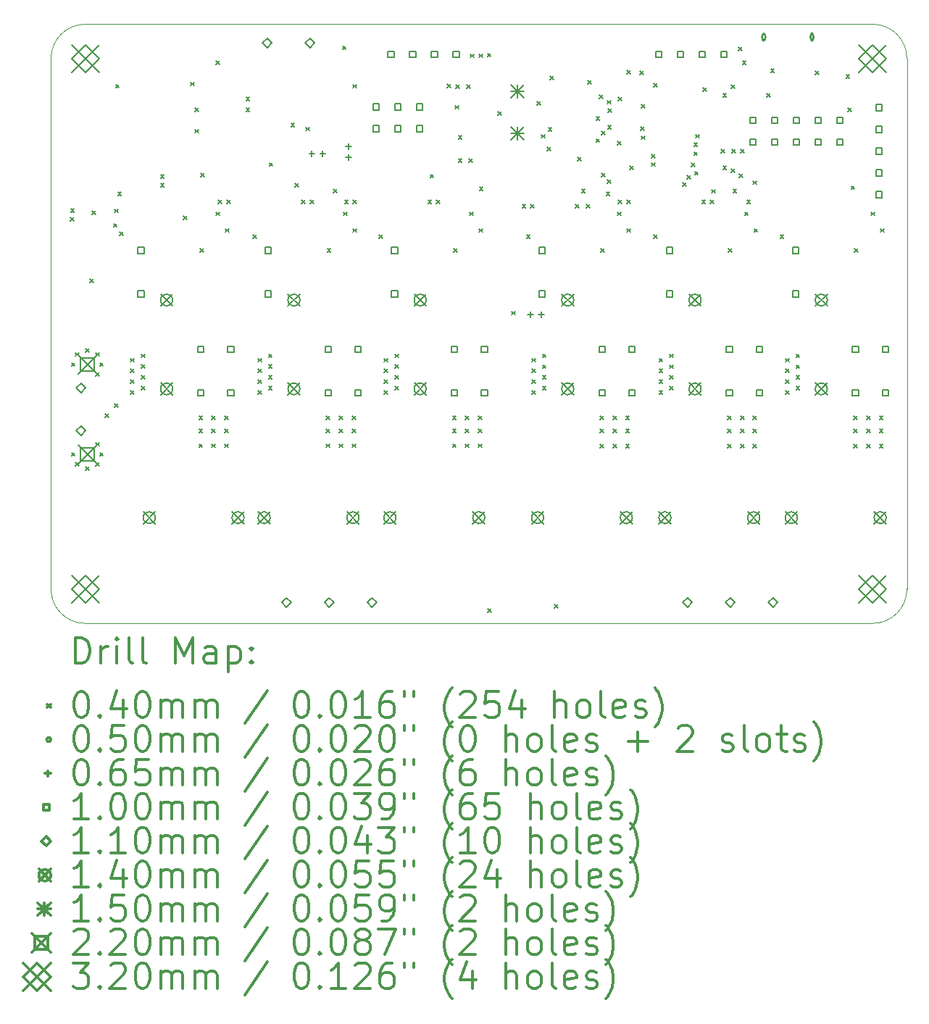
<source format=gbr>
%FSLAX45Y45*%
G04 Gerber Fmt 4.5, Leading zero omitted, Abs format (unit mm)*
G04 Created by KiCad (PCBNEW 5.1.5+dfsg1-2build2) date 2021-12-29 18:25:53*
%MOMM*%
%LPD*%
G04 APERTURE LIST*
%TA.AperFunction,Profile*%
%ADD10C,0.050000*%
%TD*%
%ADD11C,0.200000*%
%ADD12C,0.300000*%
G04 APERTURE END LIST*
D10*
X9000000Y-4900000D02*
G75*
G02X9400000Y-4500000I400000J0D01*
G01*
X18600000Y-4500000D02*
G75*
G02X19000000Y-4900000I0J-400000D01*
G01*
X19000000Y-11100000D02*
X19000000Y-4900000D01*
X19000000Y-11100000D02*
G75*
G02X18600000Y-11500000I-400000J0D01*
G01*
X9400000Y-11500000D02*
X18600000Y-11500000D01*
X9400000Y-4500000D02*
X18600000Y-4500000D01*
X9400000Y-11500000D02*
G75*
G02X9000000Y-11100000I0J400000D01*
G01*
X9000000Y-4900000D02*
X9000000Y-11100000D01*
D11*
X9227500Y-6757500D02*
X9267500Y-6797500D01*
X9267500Y-6757500D02*
X9227500Y-6797500D01*
X9230000Y-6655000D02*
X9270000Y-6695000D01*
X9270000Y-6655000D02*
X9230000Y-6695000D01*
X9455001Y-7480000D02*
X9495001Y-7520000D01*
X9495001Y-7480000D02*
X9455001Y-7520000D01*
X9480000Y-6680000D02*
X9520000Y-6720000D01*
X9520000Y-6680000D02*
X9480000Y-6720000D01*
X9630000Y-9055000D02*
X9670000Y-9095000D01*
X9670000Y-9055000D02*
X9630000Y-9095000D01*
X9730000Y-6830000D02*
X9770000Y-6870000D01*
X9770000Y-6830000D02*
X9730000Y-6870000D01*
X9740000Y-6660000D02*
X9780000Y-6700000D01*
X9780000Y-6660000D02*
X9740000Y-6700000D01*
X9741305Y-8937137D02*
X9781305Y-8977137D01*
X9781305Y-8937137D02*
X9741305Y-8977137D01*
X9755000Y-5205000D02*
X9795000Y-5245000D01*
X9795000Y-5205000D02*
X9755000Y-5245000D01*
X9780000Y-6460000D02*
X9820000Y-6500000D01*
X9820000Y-6460000D02*
X9780000Y-6500000D01*
X9800000Y-6930000D02*
X9840000Y-6970000D01*
X9840000Y-6930000D02*
X9800000Y-6970000D01*
X9930000Y-8405000D02*
X9970000Y-8445000D01*
X9970000Y-8405000D02*
X9930000Y-8445000D01*
X9930000Y-8530000D02*
X9970000Y-8570000D01*
X9970000Y-8530000D02*
X9930000Y-8570000D01*
X9930000Y-8655000D02*
X9970000Y-8695000D01*
X9970000Y-8655000D02*
X9930000Y-8695000D01*
X9930000Y-8780000D02*
X9970000Y-8820000D01*
X9970000Y-8780000D02*
X9930000Y-8820000D01*
X10055000Y-8355000D02*
X10095000Y-8395000D01*
X10095000Y-8355000D02*
X10055000Y-8395000D01*
X10055000Y-8480000D02*
X10095000Y-8520000D01*
X10095000Y-8480000D02*
X10055000Y-8520000D01*
X10055000Y-8605000D02*
X10095000Y-8645000D01*
X10095000Y-8605000D02*
X10055000Y-8645000D01*
X10055000Y-8730000D02*
X10095000Y-8770000D01*
X10095000Y-8730000D02*
X10055000Y-8770000D01*
X10280000Y-6260000D02*
X10320000Y-6300000D01*
X10320000Y-6260000D02*
X10280000Y-6300000D01*
X10280000Y-6360000D02*
X10320000Y-6400000D01*
X10320000Y-6360000D02*
X10280000Y-6400000D01*
X10550000Y-6740000D02*
X10590000Y-6780000D01*
X10590000Y-6740000D02*
X10550000Y-6780000D01*
X10630000Y-5180000D02*
X10670000Y-5220000D01*
X10670000Y-5180000D02*
X10630000Y-5220000D01*
X10680000Y-5480000D02*
X10720000Y-5520000D01*
X10720000Y-5480000D02*
X10680000Y-5520000D01*
X10680000Y-5730000D02*
X10720000Y-5770000D01*
X10720000Y-5730000D02*
X10680000Y-5770000D01*
X10730000Y-9080000D02*
X10770000Y-9120000D01*
X10770000Y-9080000D02*
X10730000Y-9120000D01*
X10730000Y-9230000D02*
X10770000Y-9270000D01*
X10770000Y-9230000D02*
X10730000Y-9270000D01*
X10730000Y-9405000D02*
X10770000Y-9445000D01*
X10770000Y-9405000D02*
X10730000Y-9445000D01*
X10740000Y-7125000D02*
X10780000Y-7165000D01*
X10780000Y-7125000D02*
X10740000Y-7165000D01*
X10750000Y-6240000D02*
X10790000Y-6280000D01*
X10790000Y-6240000D02*
X10750000Y-6280000D01*
X10880000Y-9080000D02*
X10920000Y-9120000D01*
X10920000Y-9080000D02*
X10880000Y-9120000D01*
X10880000Y-9230000D02*
X10920000Y-9270000D01*
X10920000Y-9230000D02*
X10880000Y-9270000D01*
X10880000Y-9405000D02*
X10920000Y-9445000D01*
X10920000Y-9405000D02*
X10880000Y-9445000D01*
X10930000Y-4930000D02*
X10970000Y-4970000D01*
X10970000Y-4930000D02*
X10930000Y-4970000D01*
X10930000Y-6695000D02*
X10970000Y-6735000D01*
X10970000Y-6695000D02*
X10930000Y-6735000D01*
X10955000Y-6555000D02*
X10995000Y-6595000D01*
X10995000Y-6555000D02*
X10955000Y-6595000D01*
X11030000Y-9080000D02*
X11070000Y-9120000D01*
X11070000Y-9080000D02*
X11030000Y-9120000D01*
X11030000Y-9230000D02*
X11070000Y-9270000D01*
X11070000Y-9230000D02*
X11030000Y-9270000D01*
X11030000Y-9405000D02*
X11070000Y-9445000D01*
X11070000Y-9405000D02*
X11030000Y-9445000D01*
X11040000Y-6890000D02*
X11080000Y-6930000D01*
X11080000Y-6890000D02*
X11040000Y-6930000D01*
X11055000Y-6555000D02*
X11095000Y-6595000D01*
X11095000Y-6555000D02*
X11055000Y-6595000D01*
X11280000Y-5355000D02*
X11320000Y-5395000D01*
X11320000Y-5355000D02*
X11280000Y-5395000D01*
X11280000Y-5480000D02*
X11320000Y-5520000D01*
X11320000Y-5480000D02*
X11280000Y-5520000D01*
X11358000Y-6960000D02*
X11398000Y-7000000D01*
X11398000Y-6960000D02*
X11358000Y-7000000D01*
X11418000Y-8405000D02*
X11458000Y-8445000D01*
X11458000Y-8405000D02*
X11418000Y-8445000D01*
X11418000Y-8530000D02*
X11458000Y-8570000D01*
X11458000Y-8530000D02*
X11418000Y-8570000D01*
X11418000Y-8655000D02*
X11458000Y-8695000D01*
X11458000Y-8655000D02*
X11418000Y-8695000D01*
X11418000Y-8780000D02*
X11458000Y-8820000D01*
X11458000Y-8780000D02*
X11418000Y-8820000D01*
X11543000Y-8355000D02*
X11583000Y-8395000D01*
X11583000Y-8355000D02*
X11543000Y-8395000D01*
X11543000Y-8480000D02*
X11583000Y-8520000D01*
X11583000Y-8480000D02*
X11543000Y-8520000D01*
X11543000Y-8605000D02*
X11583000Y-8645000D01*
X11583000Y-8605000D02*
X11543000Y-8645000D01*
X11543000Y-8730000D02*
X11583000Y-8770000D01*
X11583000Y-8730000D02*
X11543000Y-8770000D01*
X11550000Y-6120000D02*
X11590000Y-6160000D01*
X11590000Y-6120000D02*
X11550000Y-6160000D01*
X11805000Y-5655000D02*
X11845000Y-5695000D01*
X11845000Y-5655000D02*
X11805000Y-5695000D01*
X11850000Y-6360000D02*
X11890000Y-6400000D01*
X11890000Y-6360000D02*
X11850000Y-6400000D01*
X11930000Y-6555000D02*
X11970000Y-6595000D01*
X11970000Y-6555000D02*
X11930000Y-6595000D01*
X11980000Y-5705000D02*
X12020000Y-5745000D01*
X12020000Y-5705000D02*
X11980000Y-5745000D01*
X12030000Y-6555000D02*
X12070000Y-6595000D01*
X12070000Y-6555000D02*
X12030000Y-6595000D01*
X12218000Y-9080000D02*
X12258000Y-9120000D01*
X12258000Y-9080000D02*
X12218000Y-9120000D01*
X12218000Y-9230000D02*
X12258000Y-9270000D01*
X12258000Y-9230000D02*
X12218000Y-9270000D01*
X12218000Y-9405000D02*
X12258000Y-9445000D01*
X12258000Y-9405000D02*
X12218000Y-9445000D01*
X12228000Y-7125000D02*
X12268000Y-7165000D01*
X12268000Y-7125000D02*
X12228000Y-7165000D01*
X12300000Y-6430000D02*
X12340000Y-6470000D01*
X12340000Y-6430000D02*
X12300000Y-6470000D01*
X12368000Y-9080000D02*
X12408000Y-9120000D01*
X12408000Y-9080000D02*
X12368000Y-9120000D01*
X12368000Y-9230000D02*
X12408000Y-9270000D01*
X12408000Y-9230000D02*
X12368000Y-9270000D01*
X12368000Y-9405000D02*
X12408000Y-9445000D01*
X12408000Y-9405000D02*
X12368000Y-9445000D01*
X12405000Y-4755000D02*
X12445000Y-4795000D01*
X12445000Y-4755000D02*
X12405000Y-4795000D01*
X12418000Y-6695000D02*
X12458000Y-6735000D01*
X12458000Y-6695000D02*
X12418000Y-6735000D01*
X12430000Y-6555000D02*
X12470000Y-6595000D01*
X12470000Y-6555000D02*
X12430000Y-6595000D01*
X12518000Y-9080000D02*
X12558000Y-9120000D01*
X12558000Y-9080000D02*
X12518000Y-9120000D01*
X12518000Y-9230000D02*
X12558000Y-9270000D01*
X12558000Y-9230000D02*
X12518000Y-9270000D01*
X12518000Y-9405000D02*
X12558000Y-9445000D01*
X12558000Y-9405000D02*
X12518000Y-9445000D01*
X12528000Y-6890000D02*
X12568000Y-6930000D01*
X12568000Y-6890000D02*
X12528000Y-6930000D01*
X12530000Y-5205000D02*
X12570000Y-5245000D01*
X12570000Y-5205000D02*
X12530000Y-5245000D01*
X12530000Y-6555000D02*
X12570000Y-6595000D01*
X12570000Y-6555000D02*
X12530000Y-6595000D01*
X12833000Y-6960000D02*
X12873000Y-7000000D01*
X12873000Y-6960000D02*
X12833000Y-7000000D01*
X12893000Y-8405000D02*
X12933000Y-8445000D01*
X12933000Y-8405000D02*
X12893000Y-8445000D01*
X12893000Y-8530000D02*
X12933000Y-8570000D01*
X12933000Y-8530000D02*
X12893000Y-8570000D01*
X12893000Y-8655000D02*
X12933000Y-8695000D01*
X12933000Y-8655000D02*
X12893000Y-8695000D01*
X12893000Y-8780000D02*
X12933000Y-8820000D01*
X12933000Y-8780000D02*
X12893000Y-8820000D01*
X13018000Y-8355000D02*
X13058000Y-8395000D01*
X13058000Y-8355000D02*
X13018000Y-8395000D01*
X13018000Y-8480000D02*
X13058000Y-8520000D01*
X13058000Y-8480000D02*
X13018000Y-8520000D01*
X13018000Y-8605000D02*
X13058000Y-8645000D01*
X13058000Y-8605000D02*
X13018000Y-8645000D01*
X13018000Y-8730000D02*
X13058000Y-8770000D01*
X13058000Y-8730000D02*
X13018000Y-8770000D01*
X13405000Y-6555000D02*
X13445000Y-6595000D01*
X13445000Y-6555000D02*
X13405000Y-6595000D01*
X13430000Y-6255000D02*
X13470000Y-6295000D01*
X13470000Y-6255000D02*
X13430000Y-6295000D01*
X13505000Y-6555000D02*
X13545000Y-6595000D01*
X13545000Y-6555000D02*
X13505000Y-6595000D01*
X13630000Y-5200000D02*
X13670000Y-5240000D01*
X13670000Y-5200000D02*
X13630000Y-5240000D01*
X13693000Y-9080000D02*
X13733000Y-9120000D01*
X13733000Y-9080000D02*
X13693000Y-9120000D01*
X13693000Y-9230000D02*
X13733000Y-9270000D01*
X13733000Y-9230000D02*
X13693000Y-9270000D01*
X13693000Y-9405000D02*
X13733000Y-9445000D01*
X13733000Y-9405000D02*
X13693000Y-9445000D01*
X13703000Y-7125000D02*
X13743000Y-7165000D01*
X13743000Y-7125000D02*
X13703000Y-7165000D01*
X13720000Y-5450000D02*
X13760000Y-5490000D01*
X13760000Y-5450000D02*
X13720000Y-5490000D01*
X13730000Y-5210000D02*
X13770000Y-5250000D01*
X13770000Y-5210000D02*
X13730000Y-5250000D01*
X13760000Y-5800000D02*
X13800000Y-5840000D01*
X13800000Y-5800000D02*
X13760000Y-5840000D01*
X13760000Y-6070000D02*
X13800000Y-6110000D01*
X13800000Y-6070000D02*
X13760000Y-6110000D01*
X13843000Y-9080000D02*
X13883000Y-9120000D01*
X13883000Y-9080000D02*
X13843000Y-9120000D01*
X13843000Y-9230000D02*
X13883000Y-9270000D01*
X13883000Y-9230000D02*
X13843000Y-9270000D01*
X13843000Y-9405000D02*
X13883000Y-9445000D01*
X13883000Y-9405000D02*
X13843000Y-9445000D01*
X13855000Y-5210000D02*
X13895000Y-5250000D01*
X13895000Y-5210000D02*
X13855000Y-5250000D01*
X13880000Y-6070000D02*
X13920000Y-6110000D01*
X13920000Y-6070000D02*
X13880000Y-6110000D01*
X13893000Y-6695000D02*
X13933000Y-6735000D01*
X13933000Y-6695000D02*
X13893000Y-6735000D01*
X13900000Y-4850000D02*
X13940000Y-4890000D01*
X13940000Y-4850000D02*
X13900000Y-4890000D01*
X13993000Y-9080000D02*
X14033000Y-9120000D01*
X14033000Y-9080000D02*
X13993000Y-9120000D01*
X13993000Y-9230000D02*
X14033000Y-9270000D01*
X14033000Y-9230000D02*
X13993000Y-9270000D01*
X13993000Y-9405000D02*
X14033000Y-9445000D01*
X14033000Y-9405000D02*
X13993000Y-9445000D01*
X14000000Y-4850000D02*
X14040000Y-4890000D01*
X14040000Y-4850000D02*
X14000000Y-4890000D01*
X14003000Y-6890000D02*
X14043000Y-6930000D01*
X14043000Y-6890000D02*
X14003000Y-6930000D01*
X14005000Y-6405000D02*
X14045000Y-6445000D01*
X14045000Y-6405000D02*
X14005000Y-6445000D01*
X14100000Y-4840000D02*
X14140000Y-4880000D01*
X14140000Y-4840000D02*
X14100000Y-4880000D01*
X14105000Y-11330000D02*
X14145000Y-11370000D01*
X14145000Y-11330000D02*
X14105000Y-11370000D01*
X14220000Y-5520000D02*
X14260000Y-5560000D01*
X14260000Y-5520000D02*
X14220000Y-5560000D01*
X14380000Y-7855000D02*
X14420000Y-7895000D01*
X14420000Y-7855000D02*
X14380000Y-7895000D01*
X14505000Y-6605000D02*
X14545000Y-6645000D01*
X14545000Y-6605000D02*
X14505000Y-6645000D01*
X14557020Y-6960340D02*
X14597020Y-7000340D01*
X14597020Y-6960340D02*
X14557020Y-7000340D01*
X14605000Y-6605000D02*
X14645000Y-6645000D01*
X14645000Y-6605000D02*
X14605000Y-6645000D01*
X14617020Y-8405340D02*
X14657020Y-8445340D01*
X14657020Y-8405340D02*
X14617020Y-8445340D01*
X14617020Y-8530340D02*
X14657020Y-8570340D01*
X14657020Y-8530340D02*
X14617020Y-8570340D01*
X14617020Y-8655340D02*
X14657020Y-8695340D01*
X14657020Y-8655340D02*
X14617020Y-8695340D01*
X14617020Y-8780340D02*
X14657020Y-8820340D01*
X14657020Y-8780340D02*
X14617020Y-8820340D01*
X14680000Y-5405000D02*
X14720000Y-5445000D01*
X14720000Y-5405000D02*
X14680000Y-5445000D01*
X14730000Y-5790000D02*
X14770000Y-5830000D01*
X14770000Y-5790000D02*
X14730000Y-5830000D01*
X14742020Y-8355340D02*
X14782020Y-8395340D01*
X14782020Y-8355340D02*
X14742020Y-8395340D01*
X14742020Y-8480340D02*
X14782020Y-8520340D01*
X14782020Y-8480340D02*
X14742020Y-8520340D01*
X14742020Y-8605340D02*
X14782020Y-8645340D01*
X14782020Y-8605340D02*
X14742020Y-8645340D01*
X14742020Y-8730340D02*
X14782020Y-8770340D01*
X14782020Y-8730340D02*
X14742020Y-8770340D01*
X14800000Y-5940000D02*
X14840000Y-5980000D01*
X14840000Y-5940000D02*
X14800000Y-5980000D01*
X14810000Y-5710000D02*
X14850000Y-5750000D01*
X14850000Y-5710000D02*
X14810000Y-5750000D01*
X14830000Y-5105000D02*
X14870000Y-5145000D01*
X14870000Y-5105000D02*
X14830000Y-5145000D01*
X14880000Y-11280000D02*
X14920000Y-11320000D01*
X14920000Y-11280000D02*
X14880000Y-11320000D01*
X15130000Y-6605000D02*
X15170000Y-6645000D01*
X15170000Y-6605000D02*
X15130000Y-6645000D01*
X15155000Y-6055000D02*
X15195000Y-6095000D01*
X15195000Y-6055000D02*
X15155000Y-6095000D01*
X15200000Y-6430000D02*
X15240000Y-6470000D01*
X15240000Y-6430000D02*
X15200000Y-6470000D01*
X15255000Y-6604999D02*
X15295000Y-6644999D01*
X15295000Y-6604999D02*
X15255000Y-6644999D01*
X15270000Y-5160000D02*
X15310000Y-5200000D01*
X15310000Y-5160000D02*
X15270000Y-5200000D01*
X15370000Y-5580000D02*
X15410000Y-5620000D01*
X15410000Y-5580000D02*
X15370000Y-5620000D01*
X15370000Y-5840000D02*
X15410000Y-5880000D01*
X15410000Y-5840000D02*
X15370000Y-5880000D01*
X15410000Y-5330000D02*
X15450000Y-5370000D01*
X15450000Y-5330000D02*
X15410000Y-5370000D01*
X15417020Y-9080340D02*
X15457020Y-9120340D01*
X15457020Y-9080340D02*
X15417020Y-9120340D01*
X15417020Y-9230340D02*
X15457020Y-9270340D01*
X15457020Y-9230340D02*
X15417020Y-9270340D01*
X15417020Y-9405340D02*
X15457020Y-9445340D01*
X15457020Y-9405340D02*
X15417020Y-9445340D01*
X15427020Y-7125340D02*
X15467020Y-7165340D01*
X15467020Y-7125340D02*
X15427020Y-7165340D01*
X15430000Y-5750000D02*
X15470000Y-5790000D01*
X15470000Y-5750000D02*
X15430000Y-5790000D01*
X15430000Y-6240000D02*
X15470000Y-6280000D01*
X15470000Y-6240000D02*
X15430000Y-6280000D01*
X15486990Y-6465001D02*
X15526990Y-6505001D01*
X15526990Y-6465001D02*
X15486990Y-6505001D01*
X15500000Y-5390000D02*
X15540000Y-5430000D01*
X15540000Y-5390000D02*
X15500000Y-5430000D01*
X15500000Y-6320000D02*
X15540000Y-6360000D01*
X15540000Y-6320000D02*
X15500000Y-6360000D01*
X15505000Y-5680000D02*
X15545000Y-5720000D01*
X15545000Y-5680000D02*
X15505000Y-5720000D01*
X15510000Y-5490000D02*
X15550000Y-5530000D01*
X15550000Y-5490000D02*
X15510000Y-5530000D01*
X15567020Y-9080340D02*
X15607020Y-9120340D01*
X15607020Y-9080340D02*
X15567020Y-9120340D01*
X15567020Y-9230340D02*
X15607020Y-9270340D01*
X15607020Y-9230340D02*
X15567020Y-9270340D01*
X15567020Y-9405340D02*
X15607020Y-9445340D01*
X15607020Y-9405340D02*
X15567020Y-9445340D01*
X15617020Y-6695340D02*
X15657020Y-6735340D01*
X15657020Y-6695340D02*
X15617020Y-6735340D01*
X15620000Y-5870000D02*
X15660000Y-5910000D01*
X15660000Y-5870000D02*
X15620000Y-5910000D01*
X15630000Y-5355000D02*
X15670000Y-5395000D01*
X15670000Y-5355000D02*
X15630000Y-5395000D01*
X15630000Y-6555000D02*
X15670000Y-6595000D01*
X15670000Y-6555000D02*
X15630000Y-6595000D01*
X15717020Y-9080340D02*
X15757020Y-9120340D01*
X15757020Y-9080340D02*
X15717020Y-9120340D01*
X15717020Y-9230340D02*
X15757020Y-9270340D01*
X15757020Y-9230340D02*
X15717020Y-9270340D01*
X15717020Y-9405340D02*
X15757020Y-9445340D01*
X15757020Y-9405340D02*
X15717020Y-9445340D01*
X15727020Y-6890340D02*
X15767020Y-6930340D01*
X15767020Y-6890340D02*
X15727020Y-6930340D01*
X15730000Y-5040000D02*
X15770000Y-5080000D01*
X15770000Y-5040000D02*
X15730000Y-5080000D01*
X15730000Y-6555000D02*
X15770000Y-6595000D01*
X15770000Y-6555000D02*
X15730000Y-6595000D01*
X15760000Y-6160000D02*
X15800000Y-6200000D01*
X15800000Y-6160000D02*
X15760000Y-6200000D01*
X15880000Y-5050000D02*
X15920000Y-5090000D01*
X15920000Y-5050000D02*
X15880000Y-5090000D01*
X15890000Y-5700000D02*
X15930000Y-5740000D01*
X15930000Y-5700000D02*
X15890000Y-5740000D01*
X15896266Y-5806266D02*
X15936266Y-5846266D01*
X15936266Y-5806266D02*
X15896266Y-5846266D01*
X15900000Y-5440000D02*
X15940000Y-5480000D01*
X15940000Y-5440000D02*
X15900000Y-5480000D01*
X16015000Y-6120000D02*
X16055000Y-6160000D01*
X16055000Y-6120000D02*
X16015000Y-6160000D01*
X16017118Y-6020021D02*
X16057118Y-6060021D01*
X16057118Y-6020021D02*
X16017118Y-6060021D01*
X16040000Y-5195001D02*
X16080000Y-5235001D01*
X16080000Y-5195001D02*
X16040000Y-5235001D01*
X16045020Y-6960340D02*
X16085020Y-7000340D01*
X16085020Y-6960340D02*
X16045020Y-7000340D01*
X16105020Y-8405340D02*
X16145020Y-8445340D01*
X16145020Y-8405340D02*
X16105020Y-8445340D01*
X16105020Y-8530340D02*
X16145020Y-8570340D01*
X16145020Y-8530340D02*
X16105020Y-8570340D01*
X16105020Y-8655340D02*
X16145020Y-8695340D01*
X16145020Y-8655340D02*
X16105020Y-8695340D01*
X16105020Y-8780340D02*
X16145020Y-8820340D01*
X16145020Y-8780340D02*
X16105020Y-8820340D01*
X16230020Y-8355340D02*
X16270020Y-8395340D01*
X16270020Y-8355340D02*
X16230020Y-8395340D01*
X16230020Y-8480340D02*
X16270020Y-8520340D01*
X16270020Y-8480340D02*
X16230020Y-8520340D01*
X16230020Y-8605340D02*
X16270020Y-8645340D01*
X16270020Y-8605340D02*
X16230020Y-8645340D01*
X16230020Y-8730340D02*
X16270020Y-8770340D01*
X16270020Y-8730340D02*
X16230020Y-8770340D01*
X16379320Y-6351145D02*
X16419320Y-6391145D01*
X16419320Y-6351145D02*
X16379320Y-6391145D01*
X16430522Y-6265246D02*
X16470522Y-6305246D01*
X16470522Y-6265246D02*
X16430522Y-6305246D01*
X16480326Y-6120245D02*
X16520326Y-6160245D01*
X16520326Y-6120245D02*
X16480326Y-6160245D01*
X16512496Y-5887504D02*
X16552496Y-5927504D01*
X16552496Y-5887504D02*
X16512496Y-5927504D01*
X16512502Y-5991724D02*
X16552502Y-6031724D01*
X16552502Y-5991724D02*
X16512502Y-6031724D01*
X16520001Y-6220000D02*
X16560001Y-6260000D01*
X16560001Y-6220000D02*
X16520001Y-6260000D01*
X16531944Y-5789412D02*
X16571944Y-5829412D01*
X16571944Y-5789412D02*
X16531944Y-5829412D01*
X16605000Y-6555000D02*
X16645000Y-6595000D01*
X16645000Y-6555000D02*
X16605000Y-6595000D01*
X16620216Y-5242501D02*
X16660216Y-5282501D01*
X16660216Y-5242501D02*
X16620216Y-5282501D01*
X16705000Y-6555000D02*
X16745000Y-6595000D01*
X16745000Y-6555000D02*
X16705000Y-6595000D01*
X16720000Y-6432501D02*
X16760000Y-6472501D01*
X16760000Y-6432501D02*
X16720000Y-6472501D01*
X16830000Y-5960000D02*
X16870000Y-6000000D01*
X16870000Y-5960000D02*
X16830000Y-6000000D01*
X16850000Y-5310000D02*
X16890000Y-5350000D01*
X16890000Y-5310000D02*
X16850000Y-5350000D01*
X16850000Y-6160000D02*
X16890000Y-6200000D01*
X16890000Y-6160000D02*
X16850000Y-6200000D01*
X16905020Y-9080340D02*
X16945020Y-9120340D01*
X16945020Y-9080340D02*
X16905020Y-9120340D01*
X16905020Y-9230340D02*
X16945020Y-9270340D01*
X16945020Y-9230340D02*
X16905020Y-9270340D01*
X16905020Y-9405340D02*
X16945020Y-9445340D01*
X16945020Y-9405340D02*
X16905020Y-9445340D01*
X16915020Y-7125340D02*
X16955020Y-7165340D01*
X16955020Y-7125340D02*
X16915020Y-7165340D01*
X16947549Y-6192501D02*
X16987549Y-6232501D01*
X16987549Y-6192501D02*
X16947549Y-6232501D01*
X16950000Y-5210000D02*
X16990000Y-5250000D01*
X16990000Y-5210000D02*
X16950000Y-5250000D01*
X16954801Y-5963001D02*
X16994801Y-6003001D01*
X16994801Y-5963001D02*
X16954801Y-6003001D01*
X16970000Y-6430000D02*
X17010000Y-6470000D01*
X17010000Y-6430000D02*
X16970000Y-6470000D01*
X17030000Y-4770000D02*
X17070000Y-4810000D01*
X17070000Y-4770000D02*
X17030000Y-4810000D01*
X17040000Y-6252501D02*
X17080000Y-6292501D01*
X17080000Y-6252501D02*
X17040000Y-6292501D01*
X17055020Y-9080340D02*
X17095020Y-9120340D01*
X17095020Y-9080340D02*
X17055020Y-9120340D01*
X17055020Y-9230340D02*
X17095020Y-9270340D01*
X17095020Y-9230340D02*
X17055020Y-9270340D01*
X17055020Y-9405340D02*
X17095020Y-9445340D01*
X17095020Y-9405340D02*
X17055020Y-9445340D01*
X17060000Y-5960000D02*
X17100000Y-6000000D01*
X17100000Y-5960000D02*
X17060000Y-6000000D01*
X17080000Y-4930000D02*
X17120000Y-4970000D01*
X17120000Y-4930000D02*
X17080000Y-4970000D01*
X17105020Y-6695340D02*
X17145020Y-6735340D01*
X17145020Y-6695340D02*
X17105020Y-6735340D01*
X17130000Y-6555000D02*
X17170000Y-6595000D01*
X17170000Y-6555000D02*
X17130000Y-6595000D01*
X17200000Y-6330000D02*
X17240000Y-6370000D01*
X17240000Y-6330000D02*
X17200000Y-6370000D01*
X17205020Y-9080340D02*
X17245020Y-9120340D01*
X17245020Y-9080340D02*
X17205020Y-9120340D01*
X17205020Y-9230340D02*
X17245020Y-9270340D01*
X17245020Y-9230340D02*
X17205020Y-9270340D01*
X17205020Y-9405340D02*
X17245020Y-9445340D01*
X17245020Y-9405340D02*
X17205020Y-9445340D01*
X17215020Y-6890340D02*
X17255020Y-6930340D01*
X17255020Y-6890340D02*
X17215020Y-6930340D01*
X17360000Y-5310000D02*
X17400000Y-5350000D01*
X17400000Y-5310000D02*
X17360000Y-5350000D01*
X17410000Y-5022496D02*
X17450000Y-5062496D01*
X17450000Y-5022496D02*
X17410000Y-5062496D01*
X17520020Y-6960340D02*
X17560020Y-7000340D01*
X17560020Y-6960340D02*
X17520020Y-7000340D01*
X17580020Y-8405340D02*
X17620020Y-8445340D01*
X17620020Y-8405340D02*
X17580020Y-8445340D01*
X17580020Y-8530340D02*
X17620020Y-8570340D01*
X17620020Y-8530340D02*
X17580020Y-8570340D01*
X17580020Y-8655340D02*
X17620020Y-8695340D01*
X17620020Y-8655340D02*
X17580020Y-8695340D01*
X17580020Y-8780340D02*
X17620020Y-8820340D01*
X17620020Y-8780340D02*
X17580020Y-8820340D01*
X17705020Y-8355340D02*
X17745020Y-8395340D01*
X17745020Y-8355340D02*
X17705020Y-8395340D01*
X17705020Y-8480340D02*
X17745020Y-8520340D01*
X17745020Y-8480340D02*
X17705020Y-8520340D01*
X17705020Y-8605340D02*
X17745020Y-8645340D01*
X17745020Y-8605340D02*
X17705020Y-8645340D01*
X17705020Y-8730340D02*
X17745020Y-8770340D01*
X17745020Y-8730340D02*
X17705020Y-8770340D01*
X17930000Y-5050000D02*
X17970000Y-5090000D01*
X17970000Y-5050000D02*
X17930000Y-5090000D01*
X18290000Y-5090000D02*
X18330000Y-5130000D01*
X18330000Y-5090000D02*
X18290000Y-5130000D01*
X18310000Y-5480000D02*
X18350000Y-5520000D01*
X18350000Y-5480000D02*
X18310000Y-5520000D01*
X18350000Y-6390000D02*
X18390000Y-6430000D01*
X18390000Y-6390000D02*
X18350000Y-6430000D01*
X18380020Y-9080340D02*
X18420020Y-9120340D01*
X18420020Y-9080340D02*
X18380020Y-9120340D01*
X18380020Y-9230340D02*
X18420020Y-9270340D01*
X18420020Y-9230340D02*
X18380020Y-9270340D01*
X18380020Y-9405340D02*
X18420020Y-9445340D01*
X18420020Y-9405340D02*
X18380020Y-9445340D01*
X18390020Y-7125340D02*
X18430020Y-7165340D01*
X18430020Y-7125340D02*
X18390020Y-7165340D01*
X18530020Y-9080340D02*
X18570020Y-9120340D01*
X18570020Y-9080340D02*
X18530020Y-9120340D01*
X18530020Y-9230340D02*
X18570020Y-9270340D01*
X18570020Y-9230340D02*
X18530020Y-9270340D01*
X18530020Y-9405340D02*
X18570020Y-9445340D01*
X18570020Y-9405340D02*
X18530020Y-9445340D01*
X18580020Y-6695340D02*
X18620020Y-6735340D01*
X18620020Y-6695340D02*
X18580020Y-6735340D01*
X18680020Y-9080340D02*
X18720020Y-9120340D01*
X18720020Y-9080340D02*
X18680020Y-9120340D01*
X18680020Y-9230340D02*
X18720020Y-9270340D01*
X18720020Y-9230340D02*
X18680020Y-9270340D01*
X18680020Y-9405340D02*
X18720020Y-9445340D01*
X18720020Y-9405340D02*
X18680020Y-9445340D01*
X18690020Y-6890340D02*
X18730020Y-6930340D01*
X18730020Y-6890340D02*
X18690020Y-6930340D01*
X9240000Y-8455000D02*
X9280000Y-8495000D01*
X9280000Y-8455000D02*
X9240000Y-8495000D01*
X9240000Y-9505000D02*
X9280000Y-9545000D01*
X9280000Y-9505000D02*
X9240000Y-9545000D01*
X9288327Y-8338327D02*
X9328327Y-8378327D01*
X9328327Y-8338327D02*
X9288327Y-8378327D01*
X9288327Y-9621673D02*
X9328327Y-9661673D01*
X9328327Y-9621673D02*
X9288327Y-9661673D01*
X9405000Y-8290000D02*
X9445000Y-8330000D01*
X9445000Y-8290000D02*
X9405000Y-8330000D01*
X9405000Y-9670000D02*
X9445000Y-9710000D01*
X9445000Y-9670000D02*
X9405000Y-9710000D01*
X9521673Y-8338327D02*
X9561673Y-8378327D01*
X9561673Y-8338327D02*
X9521673Y-8378327D01*
X9521673Y-8571673D02*
X9561673Y-8611673D01*
X9561673Y-8571673D02*
X9521673Y-8611673D01*
X9521673Y-9388327D02*
X9561673Y-9428327D01*
X9561673Y-9388327D02*
X9521673Y-9428327D01*
X9521673Y-9621673D02*
X9561673Y-9661673D01*
X9561673Y-9621673D02*
X9521673Y-9661673D01*
X9570000Y-8455000D02*
X9610000Y-8495000D01*
X9610000Y-8455000D02*
X9570000Y-8495000D01*
X9570000Y-9505000D02*
X9610000Y-9545000D01*
X9610000Y-9505000D02*
X9570000Y-9545000D01*
X17352500Y-4650000D02*
G75*
G03X17352500Y-4650000I-25000J0D01*
G01*
X17342500Y-4685000D02*
X17342500Y-4615000D01*
X17312500Y-4685000D02*
X17312500Y-4615000D01*
X17342500Y-4615000D02*
G75*
G03X17312500Y-4615000I-15000J0D01*
G01*
X17312500Y-4685000D02*
G75*
G03X17342500Y-4685000I15000J0D01*
G01*
X17917500Y-4650000D02*
G75*
G03X17917500Y-4650000I-25000J0D01*
G01*
X17907500Y-4685000D02*
X17907500Y-4615000D01*
X17877500Y-4685000D02*
X17877500Y-4615000D01*
X17907500Y-4615000D02*
G75*
G03X17877500Y-4615000I-15000J0D01*
G01*
X17877500Y-4685000D02*
G75*
G03X17907500Y-4685000I15000J0D01*
G01*
X12048000Y-5977500D02*
X12048000Y-6042500D01*
X12015500Y-6010000D02*
X12080500Y-6010000D01*
X12175000Y-5977500D02*
X12175000Y-6042500D01*
X12142500Y-6010000D02*
X12207500Y-6010000D01*
X12475000Y-5892500D02*
X12475000Y-5957500D01*
X12442500Y-5925000D02*
X12507500Y-5925000D01*
X12475000Y-6019500D02*
X12475000Y-6084500D01*
X12442500Y-6052000D02*
X12507500Y-6052000D01*
X14600000Y-7857500D02*
X14600000Y-7922500D01*
X14567500Y-7890000D02*
X14632500Y-7890000D01*
X14727000Y-7857500D02*
X14727000Y-7922500D01*
X14694500Y-7890000D02*
X14759500Y-7890000D01*
X16260376Y-7177696D02*
X16260376Y-7106984D01*
X16189664Y-7106984D01*
X16189664Y-7177696D01*
X16260376Y-7177696D01*
X16260376Y-7685696D02*
X16260376Y-7614984D01*
X16189664Y-7614984D01*
X16189664Y-7685696D01*
X16260376Y-7685696D01*
X14098356Y-8335356D02*
X14098356Y-8264644D01*
X14027644Y-8264644D01*
X14027644Y-8335356D01*
X14098356Y-8335356D01*
X14098356Y-8843356D02*
X14098356Y-8772644D01*
X14027644Y-8772644D01*
X14027644Y-8843356D01*
X14098356Y-8843356D01*
X15822376Y-8335696D02*
X15822376Y-8264984D01*
X15751664Y-8264984D01*
X15751664Y-8335696D01*
X15822376Y-8335696D01*
X15822376Y-8843696D02*
X15822376Y-8772984D01*
X15751664Y-8772984D01*
X15751664Y-8843696D01*
X15822376Y-8843696D01*
X15472376Y-8335696D02*
X15472376Y-8264984D01*
X15401664Y-8264984D01*
X15401664Y-8335696D01*
X15472376Y-8335696D01*
X15472376Y-8843696D02*
X15472376Y-8772984D01*
X15401664Y-8772984D01*
X15401664Y-8843696D01*
X15472376Y-8843696D01*
X12623356Y-8335356D02*
X12623356Y-8264644D01*
X12552644Y-8264644D01*
X12552644Y-8335356D01*
X12623356Y-8335356D01*
X12623356Y-8843356D02*
X12623356Y-8772644D01*
X12552644Y-8772644D01*
X12552644Y-8843356D01*
X12623356Y-8843356D01*
X18785376Y-8335696D02*
X18785376Y-8264984D01*
X18714664Y-8264984D01*
X18714664Y-8335696D01*
X18785376Y-8335696D01*
X18785376Y-8843696D02*
X18785376Y-8772984D01*
X18714664Y-8772984D01*
X18714664Y-8843696D01*
X18785376Y-8843696D01*
X11135356Y-8335356D02*
X11135356Y-8264644D01*
X11064644Y-8264644D01*
X11064644Y-8335356D01*
X11135356Y-8335356D01*
X11135356Y-8843356D02*
X11135356Y-8772644D01*
X11064644Y-8772644D01*
X11064644Y-8843356D01*
X11135356Y-8843356D01*
X17735376Y-7177696D02*
X17735376Y-7106984D01*
X17664664Y-7106984D01*
X17664664Y-7177696D01*
X17735376Y-7177696D01*
X17735376Y-7685696D02*
X17735376Y-7614984D01*
X17664664Y-7614984D01*
X17664664Y-7685696D01*
X17735376Y-7685696D01*
X18435376Y-8335696D02*
X18435376Y-8264984D01*
X18364664Y-8264984D01*
X18364664Y-8335696D01*
X18435376Y-8335696D01*
X18435376Y-8843696D02*
X18435376Y-8772984D01*
X18364664Y-8772984D01*
X18364664Y-8843696D01*
X18435376Y-8843696D01*
X16960376Y-8335696D02*
X16960376Y-8264984D01*
X16889664Y-8264984D01*
X16889664Y-8335696D01*
X16960376Y-8335696D01*
X16960376Y-8843696D02*
X16960376Y-8772984D01*
X16889664Y-8772984D01*
X16889664Y-8843696D01*
X16960376Y-8843696D01*
X13006356Y-4885356D02*
X13006356Y-4814644D01*
X12935644Y-4814644D01*
X12935644Y-4885356D01*
X13006356Y-4885356D01*
X13260356Y-4885356D02*
X13260356Y-4814644D01*
X13189644Y-4814644D01*
X13189644Y-4885356D01*
X13260356Y-4885356D01*
X13514356Y-4885356D02*
X13514356Y-4814644D01*
X13443644Y-4814644D01*
X13443644Y-4885356D01*
X13514356Y-4885356D01*
X13768356Y-4885356D02*
X13768356Y-4814644D01*
X13697644Y-4814644D01*
X13697644Y-4885356D01*
X13768356Y-4885356D01*
X18710356Y-5509356D02*
X18710356Y-5438644D01*
X18639644Y-5438644D01*
X18639644Y-5509356D01*
X18710356Y-5509356D01*
X18710356Y-5763356D02*
X18710356Y-5692644D01*
X18639644Y-5692644D01*
X18639644Y-5763356D01*
X18710356Y-5763356D01*
X18710356Y-6017356D02*
X18710356Y-5946644D01*
X18639644Y-5946644D01*
X18639644Y-6017356D01*
X18710356Y-6017356D01*
X18710356Y-6271356D02*
X18710356Y-6200644D01*
X18639644Y-6200644D01*
X18639644Y-6271356D01*
X18710356Y-6271356D01*
X18710356Y-6525356D02*
X18710356Y-6454644D01*
X18639644Y-6454644D01*
X18639644Y-6525356D01*
X18710356Y-6525356D01*
X14772376Y-7177696D02*
X14772376Y-7106984D01*
X14701664Y-7106984D01*
X14701664Y-7177696D01*
X14772376Y-7177696D01*
X14772376Y-7685696D02*
X14772376Y-7614984D01*
X14701664Y-7614984D01*
X14701664Y-7685696D01*
X14772376Y-7685696D01*
X10785356Y-8335356D02*
X10785356Y-8264644D01*
X10714644Y-8264644D01*
X10714644Y-8335356D01*
X10785356Y-8335356D01*
X10785356Y-8843356D02*
X10785356Y-8772644D01*
X10714644Y-8772644D01*
X10714644Y-8843356D01*
X10785356Y-8843356D01*
X17235356Y-5660356D02*
X17235356Y-5589644D01*
X17164644Y-5589644D01*
X17164644Y-5660356D01*
X17235356Y-5660356D01*
X17235356Y-5914356D02*
X17235356Y-5843644D01*
X17164644Y-5843644D01*
X17164644Y-5914356D01*
X17235356Y-5914356D01*
X17489356Y-5660356D02*
X17489356Y-5589644D01*
X17418644Y-5589644D01*
X17418644Y-5660356D01*
X17489356Y-5660356D01*
X17489356Y-5914356D02*
X17489356Y-5843644D01*
X17418644Y-5843644D01*
X17418644Y-5914356D01*
X17489356Y-5914356D01*
X17743356Y-5660356D02*
X17743356Y-5589644D01*
X17672644Y-5589644D01*
X17672644Y-5660356D01*
X17743356Y-5660356D01*
X17743356Y-5914356D02*
X17743356Y-5843644D01*
X17672644Y-5843644D01*
X17672644Y-5914356D01*
X17743356Y-5914356D01*
X17997356Y-5660356D02*
X17997356Y-5589644D01*
X17926644Y-5589644D01*
X17926644Y-5660356D01*
X17997356Y-5660356D01*
X17997356Y-5914356D02*
X17997356Y-5843644D01*
X17926644Y-5843644D01*
X17926644Y-5914356D01*
X17997356Y-5914356D01*
X18251356Y-5660356D02*
X18251356Y-5589644D01*
X18180644Y-5589644D01*
X18180644Y-5660356D01*
X18251356Y-5660356D01*
X18251356Y-5914356D02*
X18251356Y-5843644D01*
X18180644Y-5843644D01*
X18180644Y-5914356D01*
X18251356Y-5914356D01*
X13748356Y-8335356D02*
X13748356Y-8264644D01*
X13677644Y-8264644D01*
X13677644Y-8335356D01*
X13748356Y-8335356D01*
X13748356Y-8843356D02*
X13748356Y-8772644D01*
X13677644Y-8772644D01*
X13677644Y-8843356D01*
X13748356Y-8843356D01*
X12273356Y-8335356D02*
X12273356Y-8264644D01*
X12202644Y-8264644D01*
X12202644Y-8335356D01*
X12273356Y-8335356D01*
X12273356Y-8843356D02*
X12273356Y-8772644D01*
X12202644Y-8772644D01*
X12202644Y-8843356D01*
X12273356Y-8843356D01*
X12835356Y-5501356D02*
X12835356Y-5430644D01*
X12764644Y-5430644D01*
X12764644Y-5501356D01*
X12835356Y-5501356D01*
X12835356Y-5755356D02*
X12835356Y-5684644D01*
X12764644Y-5684644D01*
X12764644Y-5755356D01*
X12835356Y-5755356D01*
X13089356Y-5501356D02*
X13089356Y-5430644D01*
X13018644Y-5430644D01*
X13018644Y-5501356D01*
X13089356Y-5501356D01*
X13089356Y-5755356D02*
X13089356Y-5684644D01*
X13018644Y-5684644D01*
X13018644Y-5755356D01*
X13089356Y-5755356D01*
X13343356Y-5501356D02*
X13343356Y-5430644D01*
X13272644Y-5430644D01*
X13272644Y-5501356D01*
X13343356Y-5501356D01*
X13343356Y-5755356D02*
X13343356Y-5684644D01*
X13272644Y-5684644D01*
X13272644Y-5755356D01*
X13343356Y-5755356D01*
X10085356Y-7177356D02*
X10085356Y-7106644D01*
X10014644Y-7106644D01*
X10014644Y-7177356D01*
X10085356Y-7177356D01*
X10085356Y-7685356D02*
X10085356Y-7614644D01*
X10014644Y-7614644D01*
X10014644Y-7685356D01*
X10085356Y-7685356D01*
X13048356Y-7177356D02*
X13048356Y-7106644D01*
X12977644Y-7106644D01*
X12977644Y-7177356D01*
X13048356Y-7177356D01*
X13048356Y-7685356D02*
X13048356Y-7614644D01*
X12977644Y-7614644D01*
X12977644Y-7685356D01*
X13048356Y-7685356D01*
X16135356Y-4885356D02*
X16135356Y-4814644D01*
X16064644Y-4814644D01*
X16064644Y-4885356D01*
X16135356Y-4885356D01*
X16389356Y-4885356D02*
X16389356Y-4814644D01*
X16318644Y-4814644D01*
X16318644Y-4885356D01*
X16389356Y-4885356D01*
X16643356Y-4885356D02*
X16643356Y-4814644D01*
X16572644Y-4814644D01*
X16572644Y-4885356D01*
X16643356Y-4885356D01*
X16897356Y-4885356D02*
X16897356Y-4814644D01*
X16826644Y-4814644D01*
X16826644Y-4885356D01*
X16897356Y-4885356D01*
X17310376Y-8335696D02*
X17310376Y-8264984D01*
X17239664Y-8264984D01*
X17239664Y-8335696D01*
X17310376Y-8335696D01*
X17310376Y-8843696D02*
X17310376Y-8772984D01*
X17239664Y-8772984D01*
X17239664Y-8843696D01*
X17310376Y-8843696D01*
X11573356Y-7177356D02*
X11573356Y-7106644D01*
X11502644Y-7106644D01*
X11502644Y-7177356D01*
X11573356Y-7177356D01*
X11573356Y-7685356D02*
X11573356Y-7614644D01*
X11502644Y-7614644D01*
X11502644Y-7685356D01*
X11573356Y-7685356D01*
X9350000Y-8805000D02*
X9405000Y-8750000D01*
X9350000Y-8695000D01*
X9295000Y-8750000D01*
X9350000Y-8805000D01*
X9350000Y-9305000D02*
X9405000Y-9250000D01*
X9350000Y-9195000D01*
X9295000Y-9250000D01*
X9350000Y-9305000D01*
X11750000Y-11310000D02*
X11805000Y-11255000D01*
X11750000Y-11200000D01*
X11695000Y-11255000D01*
X11750000Y-11310000D01*
X12250000Y-11310000D02*
X12305000Y-11255000D01*
X12250000Y-11200000D01*
X12195000Y-11255000D01*
X12250000Y-11310000D01*
X12750000Y-11310000D02*
X12805000Y-11255000D01*
X12750000Y-11200000D01*
X12695000Y-11255000D01*
X12750000Y-11310000D01*
X11525000Y-4775000D02*
X11580000Y-4720000D01*
X11525000Y-4665000D01*
X11470000Y-4720000D01*
X11525000Y-4775000D01*
X12025000Y-4775000D02*
X12080000Y-4720000D01*
X12025000Y-4665000D01*
X11970000Y-4720000D01*
X12025000Y-4775000D01*
X16435000Y-11310000D02*
X16490000Y-11255000D01*
X16435000Y-11200000D01*
X16380000Y-11255000D01*
X16435000Y-11310000D01*
X16935000Y-11310000D02*
X16990000Y-11255000D01*
X16935000Y-11200000D01*
X16880000Y-11255000D01*
X16935000Y-11310000D01*
X17435000Y-11310000D02*
X17490000Y-11255000D01*
X17435000Y-11200000D01*
X17380000Y-11255000D01*
X17435000Y-11310000D01*
X17580000Y-10195000D02*
X17720000Y-10335000D01*
X17720000Y-10195000D02*
X17580000Y-10335000D01*
X17720000Y-10265000D02*
G75*
G03X17720000Y-10265000I-70000J0D01*
G01*
X18617500Y-10195000D02*
X18757500Y-10335000D01*
X18757500Y-10195000D02*
X18617500Y-10335000D01*
X18757500Y-10265000D02*
G75*
G03X18757500Y-10265000I-70000J0D01*
G01*
X16102500Y-10195000D02*
X16242500Y-10335000D01*
X16242500Y-10195000D02*
X16102500Y-10335000D01*
X16242500Y-10265000D02*
G75*
G03X16242500Y-10265000I-70000J0D01*
G01*
X17140000Y-10195000D02*
X17280000Y-10335000D01*
X17280000Y-10195000D02*
X17140000Y-10335000D01*
X17280000Y-10265000D02*
G75*
G03X17280000Y-10265000I-70000J0D01*
G01*
X12890000Y-10195000D02*
X13030000Y-10335000D01*
X13030000Y-10195000D02*
X12890000Y-10335000D01*
X13030000Y-10265000D02*
G75*
G03X13030000Y-10265000I-70000J0D01*
G01*
X13927500Y-10195000D02*
X14067500Y-10335000D01*
X14067500Y-10195000D02*
X13927500Y-10335000D01*
X14067500Y-10265000D02*
G75*
G03X14067500Y-10265000I-70000J0D01*
G01*
X10280000Y-7652500D02*
X10420000Y-7792500D01*
X10420000Y-7652500D02*
X10280000Y-7792500D01*
X10420000Y-7722500D02*
G75*
G03X10420000Y-7722500I-70000J0D01*
G01*
X10280000Y-8690000D02*
X10420000Y-8830000D01*
X10420000Y-8690000D02*
X10280000Y-8830000D01*
X10420000Y-8760000D02*
G75*
G03X10420000Y-8760000I-70000J0D01*
G01*
X13243000Y-7652500D02*
X13383000Y-7792500D01*
X13383000Y-7652500D02*
X13243000Y-7792500D01*
X13383000Y-7722500D02*
G75*
G03X13383000Y-7722500I-70000J0D01*
G01*
X13243000Y-8690000D02*
X13383000Y-8830000D01*
X13383000Y-8690000D02*
X13243000Y-8830000D01*
X13383000Y-8760000D02*
G75*
G03X13383000Y-8760000I-70000J0D01*
G01*
X11768000Y-7652500D02*
X11908000Y-7792500D01*
X11908000Y-7652500D02*
X11768000Y-7792500D01*
X11908000Y-7722500D02*
G75*
G03X11908000Y-7722500I-70000J0D01*
G01*
X11768000Y-8690000D02*
X11908000Y-8830000D01*
X11908000Y-8690000D02*
X11768000Y-8830000D01*
X11908000Y-8760000D02*
G75*
G03X11908000Y-8760000I-70000J0D01*
G01*
X16455020Y-7652840D02*
X16595020Y-7792840D01*
X16595020Y-7652840D02*
X16455020Y-7792840D01*
X16595020Y-7722840D02*
G75*
G03X16595020Y-7722840I-70000J0D01*
G01*
X16455020Y-8690340D02*
X16595020Y-8830340D01*
X16595020Y-8690340D02*
X16455020Y-8830340D01*
X16595020Y-8760340D02*
G75*
G03X16595020Y-8760340I-70000J0D01*
G01*
X17930020Y-7652840D02*
X18070020Y-7792840D01*
X18070020Y-7652840D02*
X17930020Y-7792840D01*
X18070020Y-7722840D02*
G75*
G03X18070020Y-7722840I-70000J0D01*
G01*
X17930020Y-8690340D02*
X18070020Y-8830340D01*
X18070020Y-8690340D02*
X17930020Y-8830340D01*
X18070020Y-8760340D02*
G75*
G03X18070020Y-8760340I-70000J0D01*
G01*
X10077500Y-10195000D02*
X10217500Y-10335000D01*
X10217500Y-10195000D02*
X10077500Y-10335000D01*
X10217500Y-10265000D02*
G75*
G03X10217500Y-10265000I-70000J0D01*
G01*
X11115000Y-10195000D02*
X11255000Y-10335000D01*
X11255000Y-10195000D02*
X11115000Y-10335000D01*
X11255000Y-10265000D02*
G75*
G03X11255000Y-10265000I-70000J0D01*
G01*
X11420000Y-10195000D02*
X11560000Y-10335000D01*
X11560000Y-10195000D02*
X11420000Y-10335000D01*
X11560000Y-10265000D02*
G75*
G03X11560000Y-10265000I-70000J0D01*
G01*
X12457500Y-10195000D02*
X12597500Y-10335000D01*
X12597500Y-10195000D02*
X12457500Y-10335000D01*
X12597500Y-10265000D02*
G75*
G03X12597500Y-10265000I-70000J0D01*
G01*
X14615000Y-10195000D02*
X14755000Y-10335000D01*
X14755000Y-10195000D02*
X14615000Y-10335000D01*
X14755000Y-10265000D02*
G75*
G03X14755000Y-10265000I-70000J0D01*
G01*
X15652500Y-10195000D02*
X15792500Y-10335000D01*
X15792500Y-10195000D02*
X15652500Y-10335000D01*
X15792500Y-10265000D02*
G75*
G03X15792500Y-10265000I-70000J0D01*
G01*
X14967020Y-7652840D02*
X15107020Y-7792840D01*
X15107020Y-7652840D02*
X14967020Y-7792840D01*
X15107020Y-7722840D02*
G75*
G03X15107020Y-7722840I-70000J0D01*
G01*
X14967020Y-8690340D02*
X15107020Y-8830340D01*
X15107020Y-8690340D02*
X14967020Y-8830340D01*
X15107020Y-8760340D02*
G75*
G03X15107020Y-8760340I-70000J0D01*
G01*
X14375000Y-5210000D02*
X14525000Y-5360000D01*
X14525000Y-5210000D02*
X14375000Y-5360000D01*
X14450000Y-5210000D02*
X14450000Y-5360000D01*
X14375000Y-5285000D02*
X14525000Y-5285000D01*
X14375000Y-5700000D02*
X14525000Y-5850000D01*
X14525000Y-5700000D02*
X14375000Y-5850000D01*
X14450000Y-5700000D02*
X14450000Y-5850000D01*
X14375000Y-5775000D02*
X14525000Y-5775000D01*
X9315000Y-8365000D02*
X9535000Y-8585000D01*
X9535000Y-8365000D02*
X9315000Y-8585000D01*
X9502783Y-8552783D02*
X9502783Y-8397218D01*
X9347218Y-8397218D01*
X9347218Y-8552783D01*
X9502783Y-8552783D01*
X9315000Y-9415000D02*
X9535000Y-9635000D01*
X9535000Y-9415000D02*
X9315000Y-9635000D01*
X9502783Y-9602783D02*
X9502783Y-9447218D01*
X9347218Y-9447218D01*
X9347218Y-9602783D01*
X9502783Y-9602783D01*
X9240000Y-10940000D02*
X9560000Y-11260000D01*
X9560000Y-10940000D02*
X9240000Y-11260000D01*
X9400000Y-11260000D02*
X9560000Y-11100000D01*
X9400000Y-10940000D01*
X9240000Y-11100000D01*
X9400000Y-11260000D01*
X18440000Y-4740000D02*
X18760000Y-5060000D01*
X18760000Y-4740000D02*
X18440000Y-5060000D01*
X18600000Y-5060000D02*
X18760000Y-4900000D01*
X18600000Y-4740000D01*
X18440000Y-4900000D01*
X18600000Y-5060000D01*
X18440000Y-10940000D02*
X18760000Y-11260000D01*
X18760000Y-10940000D02*
X18440000Y-11260000D01*
X18600000Y-11260000D02*
X18760000Y-11100000D01*
X18600000Y-10940000D01*
X18440000Y-11100000D01*
X18600000Y-11260000D01*
X9240000Y-4740000D02*
X9560000Y-5060000D01*
X9560000Y-4740000D02*
X9240000Y-5060000D01*
X9400000Y-5060000D02*
X9560000Y-4900000D01*
X9400000Y-4740000D01*
X9240000Y-4900000D01*
X9400000Y-5060000D01*
D12*
X9283928Y-11968214D02*
X9283928Y-11668214D01*
X9355357Y-11668214D01*
X9398214Y-11682500D01*
X9426786Y-11711071D01*
X9441071Y-11739643D01*
X9455357Y-11796786D01*
X9455357Y-11839643D01*
X9441071Y-11896786D01*
X9426786Y-11925357D01*
X9398214Y-11953929D01*
X9355357Y-11968214D01*
X9283928Y-11968214D01*
X9583928Y-11968214D02*
X9583928Y-11768214D01*
X9583928Y-11825357D02*
X9598214Y-11796786D01*
X9612500Y-11782500D01*
X9641071Y-11768214D01*
X9669643Y-11768214D01*
X9769643Y-11968214D02*
X9769643Y-11768214D01*
X9769643Y-11668214D02*
X9755357Y-11682500D01*
X9769643Y-11696786D01*
X9783928Y-11682500D01*
X9769643Y-11668214D01*
X9769643Y-11696786D01*
X9955357Y-11968214D02*
X9926786Y-11953929D01*
X9912500Y-11925357D01*
X9912500Y-11668214D01*
X10112500Y-11968214D02*
X10083928Y-11953929D01*
X10069643Y-11925357D01*
X10069643Y-11668214D01*
X10455357Y-11968214D02*
X10455357Y-11668214D01*
X10555357Y-11882500D01*
X10655357Y-11668214D01*
X10655357Y-11968214D01*
X10926786Y-11968214D02*
X10926786Y-11811071D01*
X10912500Y-11782500D01*
X10883928Y-11768214D01*
X10826786Y-11768214D01*
X10798214Y-11782500D01*
X10926786Y-11953929D02*
X10898214Y-11968214D01*
X10826786Y-11968214D01*
X10798214Y-11953929D01*
X10783928Y-11925357D01*
X10783928Y-11896786D01*
X10798214Y-11868214D01*
X10826786Y-11853929D01*
X10898214Y-11853929D01*
X10926786Y-11839643D01*
X11069643Y-11768214D02*
X11069643Y-12068214D01*
X11069643Y-11782500D02*
X11098214Y-11768214D01*
X11155357Y-11768214D01*
X11183928Y-11782500D01*
X11198214Y-11796786D01*
X11212500Y-11825357D01*
X11212500Y-11911071D01*
X11198214Y-11939643D01*
X11183928Y-11953929D01*
X11155357Y-11968214D01*
X11098214Y-11968214D01*
X11069643Y-11953929D01*
X11341071Y-11939643D02*
X11355357Y-11953929D01*
X11341071Y-11968214D01*
X11326786Y-11953929D01*
X11341071Y-11939643D01*
X11341071Y-11968214D01*
X11341071Y-11782500D02*
X11355357Y-11796786D01*
X11341071Y-11811071D01*
X11326786Y-11796786D01*
X11341071Y-11782500D01*
X11341071Y-11811071D01*
X8957500Y-12442500D02*
X8997500Y-12482500D01*
X8997500Y-12442500D02*
X8957500Y-12482500D01*
X9341071Y-12298214D02*
X9369643Y-12298214D01*
X9398214Y-12312500D01*
X9412500Y-12326786D01*
X9426786Y-12355357D01*
X9441071Y-12412500D01*
X9441071Y-12483929D01*
X9426786Y-12541071D01*
X9412500Y-12569643D01*
X9398214Y-12583929D01*
X9369643Y-12598214D01*
X9341071Y-12598214D01*
X9312500Y-12583929D01*
X9298214Y-12569643D01*
X9283928Y-12541071D01*
X9269643Y-12483929D01*
X9269643Y-12412500D01*
X9283928Y-12355357D01*
X9298214Y-12326786D01*
X9312500Y-12312500D01*
X9341071Y-12298214D01*
X9569643Y-12569643D02*
X9583928Y-12583929D01*
X9569643Y-12598214D01*
X9555357Y-12583929D01*
X9569643Y-12569643D01*
X9569643Y-12598214D01*
X9841071Y-12398214D02*
X9841071Y-12598214D01*
X9769643Y-12283929D02*
X9698214Y-12498214D01*
X9883928Y-12498214D01*
X10055357Y-12298214D02*
X10083928Y-12298214D01*
X10112500Y-12312500D01*
X10126786Y-12326786D01*
X10141071Y-12355357D01*
X10155357Y-12412500D01*
X10155357Y-12483929D01*
X10141071Y-12541071D01*
X10126786Y-12569643D01*
X10112500Y-12583929D01*
X10083928Y-12598214D01*
X10055357Y-12598214D01*
X10026786Y-12583929D01*
X10012500Y-12569643D01*
X9998214Y-12541071D01*
X9983928Y-12483929D01*
X9983928Y-12412500D01*
X9998214Y-12355357D01*
X10012500Y-12326786D01*
X10026786Y-12312500D01*
X10055357Y-12298214D01*
X10283928Y-12598214D02*
X10283928Y-12398214D01*
X10283928Y-12426786D02*
X10298214Y-12412500D01*
X10326786Y-12398214D01*
X10369643Y-12398214D01*
X10398214Y-12412500D01*
X10412500Y-12441071D01*
X10412500Y-12598214D01*
X10412500Y-12441071D02*
X10426786Y-12412500D01*
X10455357Y-12398214D01*
X10498214Y-12398214D01*
X10526786Y-12412500D01*
X10541071Y-12441071D01*
X10541071Y-12598214D01*
X10683928Y-12598214D02*
X10683928Y-12398214D01*
X10683928Y-12426786D02*
X10698214Y-12412500D01*
X10726786Y-12398214D01*
X10769643Y-12398214D01*
X10798214Y-12412500D01*
X10812500Y-12441071D01*
X10812500Y-12598214D01*
X10812500Y-12441071D02*
X10826786Y-12412500D01*
X10855357Y-12398214D01*
X10898214Y-12398214D01*
X10926786Y-12412500D01*
X10941071Y-12441071D01*
X10941071Y-12598214D01*
X11526786Y-12283929D02*
X11269643Y-12669643D01*
X11912500Y-12298214D02*
X11941071Y-12298214D01*
X11969643Y-12312500D01*
X11983928Y-12326786D01*
X11998214Y-12355357D01*
X12012500Y-12412500D01*
X12012500Y-12483929D01*
X11998214Y-12541071D01*
X11983928Y-12569643D01*
X11969643Y-12583929D01*
X11941071Y-12598214D01*
X11912500Y-12598214D01*
X11883928Y-12583929D01*
X11869643Y-12569643D01*
X11855357Y-12541071D01*
X11841071Y-12483929D01*
X11841071Y-12412500D01*
X11855357Y-12355357D01*
X11869643Y-12326786D01*
X11883928Y-12312500D01*
X11912500Y-12298214D01*
X12141071Y-12569643D02*
X12155357Y-12583929D01*
X12141071Y-12598214D01*
X12126786Y-12583929D01*
X12141071Y-12569643D01*
X12141071Y-12598214D01*
X12341071Y-12298214D02*
X12369643Y-12298214D01*
X12398214Y-12312500D01*
X12412500Y-12326786D01*
X12426786Y-12355357D01*
X12441071Y-12412500D01*
X12441071Y-12483929D01*
X12426786Y-12541071D01*
X12412500Y-12569643D01*
X12398214Y-12583929D01*
X12369643Y-12598214D01*
X12341071Y-12598214D01*
X12312500Y-12583929D01*
X12298214Y-12569643D01*
X12283928Y-12541071D01*
X12269643Y-12483929D01*
X12269643Y-12412500D01*
X12283928Y-12355357D01*
X12298214Y-12326786D01*
X12312500Y-12312500D01*
X12341071Y-12298214D01*
X12726786Y-12598214D02*
X12555357Y-12598214D01*
X12641071Y-12598214D02*
X12641071Y-12298214D01*
X12612500Y-12341071D01*
X12583928Y-12369643D01*
X12555357Y-12383929D01*
X12983928Y-12298214D02*
X12926786Y-12298214D01*
X12898214Y-12312500D01*
X12883928Y-12326786D01*
X12855357Y-12369643D01*
X12841071Y-12426786D01*
X12841071Y-12541071D01*
X12855357Y-12569643D01*
X12869643Y-12583929D01*
X12898214Y-12598214D01*
X12955357Y-12598214D01*
X12983928Y-12583929D01*
X12998214Y-12569643D01*
X13012500Y-12541071D01*
X13012500Y-12469643D01*
X12998214Y-12441071D01*
X12983928Y-12426786D01*
X12955357Y-12412500D01*
X12898214Y-12412500D01*
X12869643Y-12426786D01*
X12855357Y-12441071D01*
X12841071Y-12469643D01*
X13126786Y-12298214D02*
X13126786Y-12355357D01*
X13241071Y-12298214D02*
X13241071Y-12355357D01*
X13683928Y-12712500D02*
X13669643Y-12698214D01*
X13641071Y-12655357D01*
X13626786Y-12626786D01*
X13612500Y-12583929D01*
X13598214Y-12512500D01*
X13598214Y-12455357D01*
X13612500Y-12383929D01*
X13626786Y-12341071D01*
X13641071Y-12312500D01*
X13669643Y-12269643D01*
X13683928Y-12255357D01*
X13783928Y-12326786D02*
X13798214Y-12312500D01*
X13826786Y-12298214D01*
X13898214Y-12298214D01*
X13926786Y-12312500D01*
X13941071Y-12326786D01*
X13955357Y-12355357D01*
X13955357Y-12383929D01*
X13941071Y-12426786D01*
X13769643Y-12598214D01*
X13955357Y-12598214D01*
X14226786Y-12298214D02*
X14083928Y-12298214D01*
X14069643Y-12441071D01*
X14083928Y-12426786D01*
X14112500Y-12412500D01*
X14183928Y-12412500D01*
X14212500Y-12426786D01*
X14226786Y-12441071D01*
X14241071Y-12469643D01*
X14241071Y-12541071D01*
X14226786Y-12569643D01*
X14212500Y-12583929D01*
X14183928Y-12598214D01*
X14112500Y-12598214D01*
X14083928Y-12583929D01*
X14069643Y-12569643D01*
X14498214Y-12398214D02*
X14498214Y-12598214D01*
X14426786Y-12283929D02*
X14355357Y-12498214D01*
X14541071Y-12498214D01*
X14883928Y-12598214D02*
X14883928Y-12298214D01*
X15012500Y-12598214D02*
X15012500Y-12441071D01*
X14998214Y-12412500D01*
X14969643Y-12398214D01*
X14926786Y-12398214D01*
X14898214Y-12412500D01*
X14883928Y-12426786D01*
X15198214Y-12598214D02*
X15169643Y-12583929D01*
X15155357Y-12569643D01*
X15141071Y-12541071D01*
X15141071Y-12455357D01*
X15155357Y-12426786D01*
X15169643Y-12412500D01*
X15198214Y-12398214D01*
X15241071Y-12398214D01*
X15269643Y-12412500D01*
X15283928Y-12426786D01*
X15298214Y-12455357D01*
X15298214Y-12541071D01*
X15283928Y-12569643D01*
X15269643Y-12583929D01*
X15241071Y-12598214D01*
X15198214Y-12598214D01*
X15469643Y-12598214D02*
X15441071Y-12583929D01*
X15426786Y-12555357D01*
X15426786Y-12298214D01*
X15698214Y-12583929D02*
X15669643Y-12598214D01*
X15612500Y-12598214D01*
X15583928Y-12583929D01*
X15569643Y-12555357D01*
X15569643Y-12441071D01*
X15583928Y-12412500D01*
X15612500Y-12398214D01*
X15669643Y-12398214D01*
X15698214Y-12412500D01*
X15712500Y-12441071D01*
X15712500Y-12469643D01*
X15569643Y-12498214D01*
X15826786Y-12583929D02*
X15855357Y-12598214D01*
X15912500Y-12598214D01*
X15941071Y-12583929D01*
X15955357Y-12555357D01*
X15955357Y-12541071D01*
X15941071Y-12512500D01*
X15912500Y-12498214D01*
X15869643Y-12498214D01*
X15841071Y-12483929D01*
X15826786Y-12455357D01*
X15826786Y-12441071D01*
X15841071Y-12412500D01*
X15869643Y-12398214D01*
X15912500Y-12398214D01*
X15941071Y-12412500D01*
X16055357Y-12712500D02*
X16069643Y-12698214D01*
X16098214Y-12655357D01*
X16112500Y-12626786D01*
X16126786Y-12583929D01*
X16141071Y-12512500D01*
X16141071Y-12455357D01*
X16126786Y-12383929D01*
X16112500Y-12341071D01*
X16098214Y-12312500D01*
X16069643Y-12269643D01*
X16055357Y-12255357D01*
X8997500Y-12858500D02*
G75*
G03X8997500Y-12858500I-25000J0D01*
G01*
X9341071Y-12694214D02*
X9369643Y-12694214D01*
X9398214Y-12708500D01*
X9412500Y-12722786D01*
X9426786Y-12751357D01*
X9441071Y-12808500D01*
X9441071Y-12879929D01*
X9426786Y-12937071D01*
X9412500Y-12965643D01*
X9398214Y-12979929D01*
X9369643Y-12994214D01*
X9341071Y-12994214D01*
X9312500Y-12979929D01*
X9298214Y-12965643D01*
X9283928Y-12937071D01*
X9269643Y-12879929D01*
X9269643Y-12808500D01*
X9283928Y-12751357D01*
X9298214Y-12722786D01*
X9312500Y-12708500D01*
X9341071Y-12694214D01*
X9569643Y-12965643D02*
X9583928Y-12979929D01*
X9569643Y-12994214D01*
X9555357Y-12979929D01*
X9569643Y-12965643D01*
X9569643Y-12994214D01*
X9855357Y-12694214D02*
X9712500Y-12694214D01*
X9698214Y-12837071D01*
X9712500Y-12822786D01*
X9741071Y-12808500D01*
X9812500Y-12808500D01*
X9841071Y-12822786D01*
X9855357Y-12837071D01*
X9869643Y-12865643D01*
X9869643Y-12937071D01*
X9855357Y-12965643D01*
X9841071Y-12979929D01*
X9812500Y-12994214D01*
X9741071Y-12994214D01*
X9712500Y-12979929D01*
X9698214Y-12965643D01*
X10055357Y-12694214D02*
X10083928Y-12694214D01*
X10112500Y-12708500D01*
X10126786Y-12722786D01*
X10141071Y-12751357D01*
X10155357Y-12808500D01*
X10155357Y-12879929D01*
X10141071Y-12937071D01*
X10126786Y-12965643D01*
X10112500Y-12979929D01*
X10083928Y-12994214D01*
X10055357Y-12994214D01*
X10026786Y-12979929D01*
X10012500Y-12965643D01*
X9998214Y-12937071D01*
X9983928Y-12879929D01*
X9983928Y-12808500D01*
X9998214Y-12751357D01*
X10012500Y-12722786D01*
X10026786Y-12708500D01*
X10055357Y-12694214D01*
X10283928Y-12994214D02*
X10283928Y-12794214D01*
X10283928Y-12822786D02*
X10298214Y-12808500D01*
X10326786Y-12794214D01*
X10369643Y-12794214D01*
X10398214Y-12808500D01*
X10412500Y-12837071D01*
X10412500Y-12994214D01*
X10412500Y-12837071D02*
X10426786Y-12808500D01*
X10455357Y-12794214D01*
X10498214Y-12794214D01*
X10526786Y-12808500D01*
X10541071Y-12837071D01*
X10541071Y-12994214D01*
X10683928Y-12994214D02*
X10683928Y-12794214D01*
X10683928Y-12822786D02*
X10698214Y-12808500D01*
X10726786Y-12794214D01*
X10769643Y-12794214D01*
X10798214Y-12808500D01*
X10812500Y-12837071D01*
X10812500Y-12994214D01*
X10812500Y-12837071D02*
X10826786Y-12808500D01*
X10855357Y-12794214D01*
X10898214Y-12794214D01*
X10926786Y-12808500D01*
X10941071Y-12837071D01*
X10941071Y-12994214D01*
X11526786Y-12679929D02*
X11269643Y-13065643D01*
X11912500Y-12694214D02*
X11941071Y-12694214D01*
X11969643Y-12708500D01*
X11983928Y-12722786D01*
X11998214Y-12751357D01*
X12012500Y-12808500D01*
X12012500Y-12879929D01*
X11998214Y-12937071D01*
X11983928Y-12965643D01*
X11969643Y-12979929D01*
X11941071Y-12994214D01*
X11912500Y-12994214D01*
X11883928Y-12979929D01*
X11869643Y-12965643D01*
X11855357Y-12937071D01*
X11841071Y-12879929D01*
X11841071Y-12808500D01*
X11855357Y-12751357D01*
X11869643Y-12722786D01*
X11883928Y-12708500D01*
X11912500Y-12694214D01*
X12141071Y-12965643D02*
X12155357Y-12979929D01*
X12141071Y-12994214D01*
X12126786Y-12979929D01*
X12141071Y-12965643D01*
X12141071Y-12994214D01*
X12341071Y-12694214D02*
X12369643Y-12694214D01*
X12398214Y-12708500D01*
X12412500Y-12722786D01*
X12426786Y-12751357D01*
X12441071Y-12808500D01*
X12441071Y-12879929D01*
X12426786Y-12937071D01*
X12412500Y-12965643D01*
X12398214Y-12979929D01*
X12369643Y-12994214D01*
X12341071Y-12994214D01*
X12312500Y-12979929D01*
X12298214Y-12965643D01*
X12283928Y-12937071D01*
X12269643Y-12879929D01*
X12269643Y-12808500D01*
X12283928Y-12751357D01*
X12298214Y-12722786D01*
X12312500Y-12708500D01*
X12341071Y-12694214D01*
X12555357Y-12722786D02*
X12569643Y-12708500D01*
X12598214Y-12694214D01*
X12669643Y-12694214D01*
X12698214Y-12708500D01*
X12712500Y-12722786D01*
X12726786Y-12751357D01*
X12726786Y-12779929D01*
X12712500Y-12822786D01*
X12541071Y-12994214D01*
X12726786Y-12994214D01*
X12912500Y-12694214D02*
X12941071Y-12694214D01*
X12969643Y-12708500D01*
X12983928Y-12722786D01*
X12998214Y-12751357D01*
X13012500Y-12808500D01*
X13012500Y-12879929D01*
X12998214Y-12937071D01*
X12983928Y-12965643D01*
X12969643Y-12979929D01*
X12941071Y-12994214D01*
X12912500Y-12994214D01*
X12883928Y-12979929D01*
X12869643Y-12965643D01*
X12855357Y-12937071D01*
X12841071Y-12879929D01*
X12841071Y-12808500D01*
X12855357Y-12751357D01*
X12869643Y-12722786D01*
X12883928Y-12708500D01*
X12912500Y-12694214D01*
X13126786Y-12694214D02*
X13126786Y-12751357D01*
X13241071Y-12694214D02*
X13241071Y-12751357D01*
X13683928Y-13108500D02*
X13669643Y-13094214D01*
X13641071Y-13051357D01*
X13626786Y-13022786D01*
X13612500Y-12979929D01*
X13598214Y-12908500D01*
X13598214Y-12851357D01*
X13612500Y-12779929D01*
X13626786Y-12737071D01*
X13641071Y-12708500D01*
X13669643Y-12665643D01*
X13683928Y-12651357D01*
X13855357Y-12694214D02*
X13883928Y-12694214D01*
X13912500Y-12708500D01*
X13926786Y-12722786D01*
X13941071Y-12751357D01*
X13955357Y-12808500D01*
X13955357Y-12879929D01*
X13941071Y-12937071D01*
X13926786Y-12965643D01*
X13912500Y-12979929D01*
X13883928Y-12994214D01*
X13855357Y-12994214D01*
X13826786Y-12979929D01*
X13812500Y-12965643D01*
X13798214Y-12937071D01*
X13783928Y-12879929D01*
X13783928Y-12808500D01*
X13798214Y-12751357D01*
X13812500Y-12722786D01*
X13826786Y-12708500D01*
X13855357Y-12694214D01*
X14312500Y-12994214D02*
X14312500Y-12694214D01*
X14441071Y-12994214D02*
X14441071Y-12837071D01*
X14426786Y-12808500D01*
X14398214Y-12794214D01*
X14355357Y-12794214D01*
X14326786Y-12808500D01*
X14312500Y-12822786D01*
X14626786Y-12994214D02*
X14598214Y-12979929D01*
X14583928Y-12965643D01*
X14569643Y-12937071D01*
X14569643Y-12851357D01*
X14583928Y-12822786D01*
X14598214Y-12808500D01*
X14626786Y-12794214D01*
X14669643Y-12794214D01*
X14698214Y-12808500D01*
X14712500Y-12822786D01*
X14726786Y-12851357D01*
X14726786Y-12937071D01*
X14712500Y-12965643D01*
X14698214Y-12979929D01*
X14669643Y-12994214D01*
X14626786Y-12994214D01*
X14898214Y-12994214D02*
X14869643Y-12979929D01*
X14855357Y-12951357D01*
X14855357Y-12694214D01*
X15126786Y-12979929D02*
X15098214Y-12994214D01*
X15041071Y-12994214D01*
X15012500Y-12979929D01*
X14998214Y-12951357D01*
X14998214Y-12837071D01*
X15012500Y-12808500D01*
X15041071Y-12794214D01*
X15098214Y-12794214D01*
X15126786Y-12808500D01*
X15141071Y-12837071D01*
X15141071Y-12865643D01*
X14998214Y-12894214D01*
X15255357Y-12979929D02*
X15283928Y-12994214D01*
X15341071Y-12994214D01*
X15369643Y-12979929D01*
X15383928Y-12951357D01*
X15383928Y-12937071D01*
X15369643Y-12908500D01*
X15341071Y-12894214D01*
X15298214Y-12894214D01*
X15269643Y-12879929D01*
X15255357Y-12851357D01*
X15255357Y-12837071D01*
X15269643Y-12808500D01*
X15298214Y-12794214D01*
X15341071Y-12794214D01*
X15369643Y-12808500D01*
X15741071Y-12879929D02*
X15969643Y-12879929D01*
X15855357Y-12994214D02*
X15855357Y-12765643D01*
X16326786Y-12722786D02*
X16341071Y-12708500D01*
X16369643Y-12694214D01*
X16441071Y-12694214D01*
X16469643Y-12708500D01*
X16483928Y-12722786D01*
X16498214Y-12751357D01*
X16498214Y-12779929D01*
X16483928Y-12822786D01*
X16312500Y-12994214D01*
X16498214Y-12994214D01*
X16841071Y-12979929D02*
X16869643Y-12994214D01*
X16926786Y-12994214D01*
X16955357Y-12979929D01*
X16969643Y-12951357D01*
X16969643Y-12937071D01*
X16955357Y-12908500D01*
X16926786Y-12894214D01*
X16883928Y-12894214D01*
X16855357Y-12879929D01*
X16841071Y-12851357D01*
X16841071Y-12837071D01*
X16855357Y-12808500D01*
X16883928Y-12794214D01*
X16926786Y-12794214D01*
X16955357Y-12808500D01*
X17141071Y-12994214D02*
X17112500Y-12979929D01*
X17098214Y-12951357D01*
X17098214Y-12694214D01*
X17298214Y-12994214D02*
X17269643Y-12979929D01*
X17255357Y-12965643D01*
X17241071Y-12937071D01*
X17241071Y-12851357D01*
X17255357Y-12822786D01*
X17269643Y-12808500D01*
X17298214Y-12794214D01*
X17341071Y-12794214D01*
X17369643Y-12808500D01*
X17383928Y-12822786D01*
X17398214Y-12851357D01*
X17398214Y-12937071D01*
X17383928Y-12965643D01*
X17369643Y-12979929D01*
X17341071Y-12994214D01*
X17298214Y-12994214D01*
X17483928Y-12794214D02*
X17598214Y-12794214D01*
X17526786Y-12694214D02*
X17526786Y-12951357D01*
X17541071Y-12979929D01*
X17569643Y-12994214D01*
X17598214Y-12994214D01*
X17683928Y-12979929D02*
X17712500Y-12994214D01*
X17769643Y-12994214D01*
X17798214Y-12979929D01*
X17812500Y-12951357D01*
X17812500Y-12937071D01*
X17798214Y-12908500D01*
X17769643Y-12894214D01*
X17726786Y-12894214D01*
X17698214Y-12879929D01*
X17683928Y-12851357D01*
X17683928Y-12837071D01*
X17698214Y-12808500D01*
X17726786Y-12794214D01*
X17769643Y-12794214D01*
X17798214Y-12808500D01*
X17912500Y-13108500D02*
X17926786Y-13094214D01*
X17955357Y-13051357D01*
X17969643Y-13022786D01*
X17983928Y-12979929D01*
X17998214Y-12908500D01*
X17998214Y-12851357D01*
X17983928Y-12779929D01*
X17969643Y-12737071D01*
X17955357Y-12708500D01*
X17926786Y-12665643D01*
X17912500Y-12651357D01*
X8965000Y-13222000D02*
X8965000Y-13287000D01*
X8932500Y-13254500D02*
X8997500Y-13254500D01*
X9341071Y-13090214D02*
X9369643Y-13090214D01*
X9398214Y-13104500D01*
X9412500Y-13118786D01*
X9426786Y-13147357D01*
X9441071Y-13204500D01*
X9441071Y-13275929D01*
X9426786Y-13333071D01*
X9412500Y-13361643D01*
X9398214Y-13375929D01*
X9369643Y-13390214D01*
X9341071Y-13390214D01*
X9312500Y-13375929D01*
X9298214Y-13361643D01*
X9283928Y-13333071D01*
X9269643Y-13275929D01*
X9269643Y-13204500D01*
X9283928Y-13147357D01*
X9298214Y-13118786D01*
X9312500Y-13104500D01*
X9341071Y-13090214D01*
X9569643Y-13361643D02*
X9583928Y-13375929D01*
X9569643Y-13390214D01*
X9555357Y-13375929D01*
X9569643Y-13361643D01*
X9569643Y-13390214D01*
X9841071Y-13090214D02*
X9783928Y-13090214D01*
X9755357Y-13104500D01*
X9741071Y-13118786D01*
X9712500Y-13161643D01*
X9698214Y-13218786D01*
X9698214Y-13333071D01*
X9712500Y-13361643D01*
X9726786Y-13375929D01*
X9755357Y-13390214D01*
X9812500Y-13390214D01*
X9841071Y-13375929D01*
X9855357Y-13361643D01*
X9869643Y-13333071D01*
X9869643Y-13261643D01*
X9855357Y-13233071D01*
X9841071Y-13218786D01*
X9812500Y-13204500D01*
X9755357Y-13204500D01*
X9726786Y-13218786D01*
X9712500Y-13233071D01*
X9698214Y-13261643D01*
X10141071Y-13090214D02*
X9998214Y-13090214D01*
X9983928Y-13233071D01*
X9998214Y-13218786D01*
X10026786Y-13204500D01*
X10098214Y-13204500D01*
X10126786Y-13218786D01*
X10141071Y-13233071D01*
X10155357Y-13261643D01*
X10155357Y-13333071D01*
X10141071Y-13361643D01*
X10126786Y-13375929D01*
X10098214Y-13390214D01*
X10026786Y-13390214D01*
X9998214Y-13375929D01*
X9983928Y-13361643D01*
X10283928Y-13390214D02*
X10283928Y-13190214D01*
X10283928Y-13218786D02*
X10298214Y-13204500D01*
X10326786Y-13190214D01*
X10369643Y-13190214D01*
X10398214Y-13204500D01*
X10412500Y-13233071D01*
X10412500Y-13390214D01*
X10412500Y-13233071D02*
X10426786Y-13204500D01*
X10455357Y-13190214D01*
X10498214Y-13190214D01*
X10526786Y-13204500D01*
X10541071Y-13233071D01*
X10541071Y-13390214D01*
X10683928Y-13390214D02*
X10683928Y-13190214D01*
X10683928Y-13218786D02*
X10698214Y-13204500D01*
X10726786Y-13190214D01*
X10769643Y-13190214D01*
X10798214Y-13204500D01*
X10812500Y-13233071D01*
X10812500Y-13390214D01*
X10812500Y-13233071D02*
X10826786Y-13204500D01*
X10855357Y-13190214D01*
X10898214Y-13190214D01*
X10926786Y-13204500D01*
X10941071Y-13233071D01*
X10941071Y-13390214D01*
X11526786Y-13075929D02*
X11269643Y-13461643D01*
X11912500Y-13090214D02*
X11941071Y-13090214D01*
X11969643Y-13104500D01*
X11983928Y-13118786D01*
X11998214Y-13147357D01*
X12012500Y-13204500D01*
X12012500Y-13275929D01*
X11998214Y-13333071D01*
X11983928Y-13361643D01*
X11969643Y-13375929D01*
X11941071Y-13390214D01*
X11912500Y-13390214D01*
X11883928Y-13375929D01*
X11869643Y-13361643D01*
X11855357Y-13333071D01*
X11841071Y-13275929D01*
X11841071Y-13204500D01*
X11855357Y-13147357D01*
X11869643Y-13118786D01*
X11883928Y-13104500D01*
X11912500Y-13090214D01*
X12141071Y-13361643D02*
X12155357Y-13375929D01*
X12141071Y-13390214D01*
X12126786Y-13375929D01*
X12141071Y-13361643D01*
X12141071Y-13390214D01*
X12341071Y-13090214D02*
X12369643Y-13090214D01*
X12398214Y-13104500D01*
X12412500Y-13118786D01*
X12426786Y-13147357D01*
X12441071Y-13204500D01*
X12441071Y-13275929D01*
X12426786Y-13333071D01*
X12412500Y-13361643D01*
X12398214Y-13375929D01*
X12369643Y-13390214D01*
X12341071Y-13390214D01*
X12312500Y-13375929D01*
X12298214Y-13361643D01*
X12283928Y-13333071D01*
X12269643Y-13275929D01*
X12269643Y-13204500D01*
X12283928Y-13147357D01*
X12298214Y-13118786D01*
X12312500Y-13104500D01*
X12341071Y-13090214D01*
X12555357Y-13118786D02*
X12569643Y-13104500D01*
X12598214Y-13090214D01*
X12669643Y-13090214D01*
X12698214Y-13104500D01*
X12712500Y-13118786D01*
X12726786Y-13147357D01*
X12726786Y-13175929D01*
X12712500Y-13218786D01*
X12541071Y-13390214D01*
X12726786Y-13390214D01*
X12983928Y-13090214D02*
X12926786Y-13090214D01*
X12898214Y-13104500D01*
X12883928Y-13118786D01*
X12855357Y-13161643D01*
X12841071Y-13218786D01*
X12841071Y-13333071D01*
X12855357Y-13361643D01*
X12869643Y-13375929D01*
X12898214Y-13390214D01*
X12955357Y-13390214D01*
X12983928Y-13375929D01*
X12998214Y-13361643D01*
X13012500Y-13333071D01*
X13012500Y-13261643D01*
X12998214Y-13233071D01*
X12983928Y-13218786D01*
X12955357Y-13204500D01*
X12898214Y-13204500D01*
X12869643Y-13218786D01*
X12855357Y-13233071D01*
X12841071Y-13261643D01*
X13126786Y-13090214D02*
X13126786Y-13147357D01*
X13241071Y-13090214D02*
X13241071Y-13147357D01*
X13683928Y-13504500D02*
X13669643Y-13490214D01*
X13641071Y-13447357D01*
X13626786Y-13418786D01*
X13612500Y-13375929D01*
X13598214Y-13304500D01*
X13598214Y-13247357D01*
X13612500Y-13175929D01*
X13626786Y-13133071D01*
X13641071Y-13104500D01*
X13669643Y-13061643D01*
X13683928Y-13047357D01*
X13926786Y-13090214D02*
X13869643Y-13090214D01*
X13841071Y-13104500D01*
X13826786Y-13118786D01*
X13798214Y-13161643D01*
X13783928Y-13218786D01*
X13783928Y-13333071D01*
X13798214Y-13361643D01*
X13812500Y-13375929D01*
X13841071Y-13390214D01*
X13898214Y-13390214D01*
X13926786Y-13375929D01*
X13941071Y-13361643D01*
X13955357Y-13333071D01*
X13955357Y-13261643D01*
X13941071Y-13233071D01*
X13926786Y-13218786D01*
X13898214Y-13204500D01*
X13841071Y-13204500D01*
X13812500Y-13218786D01*
X13798214Y-13233071D01*
X13783928Y-13261643D01*
X14312500Y-13390214D02*
X14312500Y-13090214D01*
X14441071Y-13390214D02*
X14441071Y-13233071D01*
X14426786Y-13204500D01*
X14398214Y-13190214D01*
X14355357Y-13190214D01*
X14326786Y-13204500D01*
X14312500Y-13218786D01*
X14626786Y-13390214D02*
X14598214Y-13375929D01*
X14583928Y-13361643D01*
X14569643Y-13333071D01*
X14569643Y-13247357D01*
X14583928Y-13218786D01*
X14598214Y-13204500D01*
X14626786Y-13190214D01*
X14669643Y-13190214D01*
X14698214Y-13204500D01*
X14712500Y-13218786D01*
X14726786Y-13247357D01*
X14726786Y-13333071D01*
X14712500Y-13361643D01*
X14698214Y-13375929D01*
X14669643Y-13390214D01*
X14626786Y-13390214D01*
X14898214Y-13390214D02*
X14869643Y-13375929D01*
X14855357Y-13347357D01*
X14855357Y-13090214D01*
X15126786Y-13375929D02*
X15098214Y-13390214D01*
X15041071Y-13390214D01*
X15012500Y-13375929D01*
X14998214Y-13347357D01*
X14998214Y-13233071D01*
X15012500Y-13204500D01*
X15041071Y-13190214D01*
X15098214Y-13190214D01*
X15126786Y-13204500D01*
X15141071Y-13233071D01*
X15141071Y-13261643D01*
X14998214Y-13290214D01*
X15255357Y-13375929D02*
X15283928Y-13390214D01*
X15341071Y-13390214D01*
X15369643Y-13375929D01*
X15383928Y-13347357D01*
X15383928Y-13333071D01*
X15369643Y-13304500D01*
X15341071Y-13290214D01*
X15298214Y-13290214D01*
X15269643Y-13275929D01*
X15255357Y-13247357D01*
X15255357Y-13233071D01*
X15269643Y-13204500D01*
X15298214Y-13190214D01*
X15341071Y-13190214D01*
X15369643Y-13204500D01*
X15483928Y-13504500D02*
X15498214Y-13490214D01*
X15526786Y-13447357D01*
X15541071Y-13418786D01*
X15555357Y-13375929D01*
X15569643Y-13304500D01*
X15569643Y-13247357D01*
X15555357Y-13175929D01*
X15541071Y-13133071D01*
X15526786Y-13104500D01*
X15498214Y-13061643D01*
X15483928Y-13047357D01*
X8982856Y-13685856D02*
X8982856Y-13615144D01*
X8912144Y-13615144D01*
X8912144Y-13685856D01*
X8982856Y-13685856D01*
X9441071Y-13786214D02*
X9269643Y-13786214D01*
X9355357Y-13786214D02*
X9355357Y-13486214D01*
X9326786Y-13529071D01*
X9298214Y-13557643D01*
X9269643Y-13571929D01*
X9569643Y-13757643D02*
X9583928Y-13771929D01*
X9569643Y-13786214D01*
X9555357Y-13771929D01*
X9569643Y-13757643D01*
X9569643Y-13786214D01*
X9769643Y-13486214D02*
X9798214Y-13486214D01*
X9826786Y-13500500D01*
X9841071Y-13514786D01*
X9855357Y-13543357D01*
X9869643Y-13600500D01*
X9869643Y-13671929D01*
X9855357Y-13729071D01*
X9841071Y-13757643D01*
X9826786Y-13771929D01*
X9798214Y-13786214D01*
X9769643Y-13786214D01*
X9741071Y-13771929D01*
X9726786Y-13757643D01*
X9712500Y-13729071D01*
X9698214Y-13671929D01*
X9698214Y-13600500D01*
X9712500Y-13543357D01*
X9726786Y-13514786D01*
X9741071Y-13500500D01*
X9769643Y-13486214D01*
X10055357Y-13486214D02*
X10083928Y-13486214D01*
X10112500Y-13500500D01*
X10126786Y-13514786D01*
X10141071Y-13543357D01*
X10155357Y-13600500D01*
X10155357Y-13671929D01*
X10141071Y-13729071D01*
X10126786Y-13757643D01*
X10112500Y-13771929D01*
X10083928Y-13786214D01*
X10055357Y-13786214D01*
X10026786Y-13771929D01*
X10012500Y-13757643D01*
X9998214Y-13729071D01*
X9983928Y-13671929D01*
X9983928Y-13600500D01*
X9998214Y-13543357D01*
X10012500Y-13514786D01*
X10026786Y-13500500D01*
X10055357Y-13486214D01*
X10283928Y-13786214D02*
X10283928Y-13586214D01*
X10283928Y-13614786D02*
X10298214Y-13600500D01*
X10326786Y-13586214D01*
X10369643Y-13586214D01*
X10398214Y-13600500D01*
X10412500Y-13629071D01*
X10412500Y-13786214D01*
X10412500Y-13629071D02*
X10426786Y-13600500D01*
X10455357Y-13586214D01*
X10498214Y-13586214D01*
X10526786Y-13600500D01*
X10541071Y-13629071D01*
X10541071Y-13786214D01*
X10683928Y-13786214D02*
X10683928Y-13586214D01*
X10683928Y-13614786D02*
X10698214Y-13600500D01*
X10726786Y-13586214D01*
X10769643Y-13586214D01*
X10798214Y-13600500D01*
X10812500Y-13629071D01*
X10812500Y-13786214D01*
X10812500Y-13629071D02*
X10826786Y-13600500D01*
X10855357Y-13586214D01*
X10898214Y-13586214D01*
X10926786Y-13600500D01*
X10941071Y-13629071D01*
X10941071Y-13786214D01*
X11526786Y-13471929D02*
X11269643Y-13857643D01*
X11912500Y-13486214D02*
X11941071Y-13486214D01*
X11969643Y-13500500D01*
X11983928Y-13514786D01*
X11998214Y-13543357D01*
X12012500Y-13600500D01*
X12012500Y-13671929D01*
X11998214Y-13729071D01*
X11983928Y-13757643D01*
X11969643Y-13771929D01*
X11941071Y-13786214D01*
X11912500Y-13786214D01*
X11883928Y-13771929D01*
X11869643Y-13757643D01*
X11855357Y-13729071D01*
X11841071Y-13671929D01*
X11841071Y-13600500D01*
X11855357Y-13543357D01*
X11869643Y-13514786D01*
X11883928Y-13500500D01*
X11912500Y-13486214D01*
X12141071Y-13757643D02*
X12155357Y-13771929D01*
X12141071Y-13786214D01*
X12126786Y-13771929D01*
X12141071Y-13757643D01*
X12141071Y-13786214D01*
X12341071Y-13486214D02*
X12369643Y-13486214D01*
X12398214Y-13500500D01*
X12412500Y-13514786D01*
X12426786Y-13543357D01*
X12441071Y-13600500D01*
X12441071Y-13671929D01*
X12426786Y-13729071D01*
X12412500Y-13757643D01*
X12398214Y-13771929D01*
X12369643Y-13786214D01*
X12341071Y-13786214D01*
X12312500Y-13771929D01*
X12298214Y-13757643D01*
X12283928Y-13729071D01*
X12269643Y-13671929D01*
X12269643Y-13600500D01*
X12283928Y-13543357D01*
X12298214Y-13514786D01*
X12312500Y-13500500D01*
X12341071Y-13486214D01*
X12541071Y-13486214D02*
X12726786Y-13486214D01*
X12626786Y-13600500D01*
X12669643Y-13600500D01*
X12698214Y-13614786D01*
X12712500Y-13629071D01*
X12726786Y-13657643D01*
X12726786Y-13729071D01*
X12712500Y-13757643D01*
X12698214Y-13771929D01*
X12669643Y-13786214D01*
X12583928Y-13786214D01*
X12555357Y-13771929D01*
X12541071Y-13757643D01*
X12869643Y-13786214D02*
X12926786Y-13786214D01*
X12955357Y-13771929D01*
X12969643Y-13757643D01*
X12998214Y-13714786D01*
X13012500Y-13657643D01*
X13012500Y-13543357D01*
X12998214Y-13514786D01*
X12983928Y-13500500D01*
X12955357Y-13486214D01*
X12898214Y-13486214D01*
X12869643Y-13500500D01*
X12855357Y-13514786D01*
X12841071Y-13543357D01*
X12841071Y-13614786D01*
X12855357Y-13643357D01*
X12869643Y-13657643D01*
X12898214Y-13671929D01*
X12955357Y-13671929D01*
X12983928Y-13657643D01*
X12998214Y-13643357D01*
X13012500Y-13614786D01*
X13126786Y-13486214D02*
X13126786Y-13543357D01*
X13241071Y-13486214D02*
X13241071Y-13543357D01*
X13683928Y-13900500D02*
X13669643Y-13886214D01*
X13641071Y-13843357D01*
X13626786Y-13814786D01*
X13612500Y-13771929D01*
X13598214Y-13700500D01*
X13598214Y-13643357D01*
X13612500Y-13571929D01*
X13626786Y-13529071D01*
X13641071Y-13500500D01*
X13669643Y-13457643D01*
X13683928Y-13443357D01*
X13926786Y-13486214D02*
X13869643Y-13486214D01*
X13841071Y-13500500D01*
X13826786Y-13514786D01*
X13798214Y-13557643D01*
X13783928Y-13614786D01*
X13783928Y-13729071D01*
X13798214Y-13757643D01*
X13812500Y-13771929D01*
X13841071Y-13786214D01*
X13898214Y-13786214D01*
X13926786Y-13771929D01*
X13941071Y-13757643D01*
X13955357Y-13729071D01*
X13955357Y-13657643D01*
X13941071Y-13629071D01*
X13926786Y-13614786D01*
X13898214Y-13600500D01*
X13841071Y-13600500D01*
X13812500Y-13614786D01*
X13798214Y-13629071D01*
X13783928Y-13657643D01*
X14226786Y-13486214D02*
X14083928Y-13486214D01*
X14069643Y-13629071D01*
X14083928Y-13614786D01*
X14112500Y-13600500D01*
X14183928Y-13600500D01*
X14212500Y-13614786D01*
X14226786Y-13629071D01*
X14241071Y-13657643D01*
X14241071Y-13729071D01*
X14226786Y-13757643D01*
X14212500Y-13771929D01*
X14183928Y-13786214D01*
X14112500Y-13786214D01*
X14083928Y-13771929D01*
X14069643Y-13757643D01*
X14598214Y-13786214D02*
X14598214Y-13486214D01*
X14726786Y-13786214D02*
X14726786Y-13629071D01*
X14712500Y-13600500D01*
X14683928Y-13586214D01*
X14641071Y-13586214D01*
X14612500Y-13600500D01*
X14598214Y-13614786D01*
X14912500Y-13786214D02*
X14883928Y-13771929D01*
X14869643Y-13757643D01*
X14855357Y-13729071D01*
X14855357Y-13643357D01*
X14869643Y-13614786D01*
X14883928Y-13600500D01*
X14912500Y-13586214D01*
X14955357Y-13586214D01*
X14983928Y-13600500D01*
X14998214Y-13614786D01*
X15012500Y-13643357D01*
X15012500Y-13729071D01*
X14998214Y-13757643D01*
X14983928Y-13771929D01*
X14955357Y-13786214D01*
X14912500Y-13786214D01*
X15183928Y-13786214D02*
X15155357Y-13771929D01*
X15141071Y-13743357D01*
X15141071Y-13486214D01*
X15412500Y-13771929D02*
X15383928Y-13786214D01*
X15326786Y-13786214D01*
X15298214Y-13771929D01*
X15283928Y-13743357D01*
X15283928Y-13629071D01*
X15298214Y-13600500D01*
X15326786Y-13586214D01*
X15383928Y-13586214D01*
X15412500Y-13600500D01*
X15426786Y-13629071D01*
X15426786Y-13657643D01*
X15283928Y-13686214D01*
X15541071Y-13771929D02*
X15569643Y-13786214D01*
X15626786Y-13786214D01*
X15655357Y-13771929D01*
X15669643Y-13743357D01*
X15669643Y-13729071D01*
X15655357Y-13700500D01*
X15626786Y-13686214D01*
X15583928Y-13686214D01*
X15555357Y-13671929D01*
X15541071Y-13643357D01*
X15541071Y-13629071D01*
X15555357Y-13600500D01*
X15583928Y-13586214D01*
X15626786Y-13586214D01*
X15655357Y-13600500D01*
X15769643Y-13900500D02*
X15783928Y-13886214D01*
X15812500Y-13843357D01*
X15826786Y-13814786D01*
X15841071Y-13771929D01*
X15855357Y-13700500D01*
X15855357Y-13643357D01*
X15841071Y-13571929D01*
X15826786Y-13529071D01*
X15812500Y-13500500D01*
X15783928Y-13457643D01*
X15769643Y-13443357D01*
X8942500Y-14101500D02*
X8997500Y-14046500D01*
X8942500Y-13991500D01*
X8887500Y-14046500D01*
X8942500Y-14101500D01*
X9441071Y-14182214D02*
X9269643Y-14182214D01*
X9355357Y-14182214D02*
X9355357Y-13882214D01*
X9326786Y-13925071D01*
X9298214Y-13953643D01*
X9269643Y-13967929D01*
X9569643Y-14153643D02*
X9583928Y-14167929D01*
X9569643Y-14182214D01*
X9555357Y-14167929D01*
X9569643Y-14153643D01*
X9569643Y-14182214D01*
X9869643Y-14182214D02*
X9698214Y-14182214D01*
X9783928Y-14182214D02*
X9783928Y-13882214D01*
X9755357Y-13925071D01*
X9726786Y-13953643D01*
X9698214Y-13967929D01*
X10055357Y-13882214D02*
X10083928Y-13882214D01*
X10112500Y-13896500D01*
X10126786Y-13910786D01*
X10141071Y-13939357D01*
X10155357Y-13996500D01*
X10155357Y-14067929D01*
X10141071Y-14125071D01*
X10126786Y-14153643D01*
X10112500Y-14167929D01*
X10083928Y-14182214D01*
X10055357Y-14182214D01*
X10026786Y-14167929D01*
X10012500Y-14153643D01*
X9998214Y-14125071D01*
X9983928Y-14067929D01*
X9983928Y-13996500D01*
X9998214Y-13939357D01*
X10012500Y-13910786D01*
X10026786Y-13896500D01*
X10055357Y-13882214D01*
X10283928Y-14182214D02*
X10283928Y-13982214D01*
X10283928Y-14010786D02*
X10298214Y-13996500D01*
X10326786Y-13982214D01*
X10369643Y-13982214D01*
X10398214Y-13996500D01*
X10412500Y-14025071D01*
X10412500Y-14182214D01*
X10412500Y-14025071D02*
X10426786Y-13996500D01*
X10455357Y-13982214D01*
X10498214Y-13982214D01*
X10526786Y-13996500D01*
X10541071Y-14025071D01*
X10541071Y-14182214D01*
X10683928Y-14182214D02*
X10683928Y-13982214D01*
X10683928Y-14010786D02*
X10698214Y-13996500D01*
X10726786Y-13982214D01*
X10769643Y-13982214D01*
X10798214Y-13996500D01*
X10812500Y-14025071D01*
X10812500Y-14182214D01*
X10812500Y-14025071D02*
X10826786Y-13996500D01*
X10855357Y-13982214D01*
X10898214Y-13982214D01*
X10926786Y-13996500D01*
X10941071Y-14025071D01*
X10941071Y-14182214D01*
X11526786Y-13867929D02*
X11269643Y-14253643D01*
X11912500Y-13882214D02*
X11941071Y-13882214D01*
X11969643Y-13896500D01*
X11983928Y-13910786D01*
X11998214Y-13939357D01*
X12012500Y-13996500D01*
X12012500Y-14067929D01*
X11998214Y-14125071D01*
X11983928Y-14153643D01*
X11969643Y-14167929D01*
X11941071Y-14182214D01*
X11912500Y-14182214D01*
X11883928Y-14167929D01*
X11869643Y-14153643D01*
X11855357Y-14125071D01*
X11841071Y-14067929D01*
X11841071Y-13996500D01*
X11855357Y-13939357D01*
X11869643Y-13910786D01*
X11883928Y-13896500D01*
X11912500Y-13882214D01*
X12141071Y-14153643D02*
X12155357Y-14167929D01*
X12141071Y-14182214D01*
X12126786Y-14167929D01*
X12141071Y-14153643D01*
X12141071Y-14182214D01*
X12341071Y-13882214D02*
X12369643Y-13882214D01*
X12398214Y-13896500D01*
X12412500Y-13910786D01*
X12426786Y-13939357D01*
X12441071Y-13996500D01*
X12441071Y-14067929D01*
X12426786Y-14125071D01*
X12412500Y-14153643D01*
X12398214Y-14167929D01*
X12369643Y-14182214D01*
X12341071Y-14182214D01*
X12312500Y-14167929D01*
X12298214Y-14153643D01*
X12283928Y-14125071D01*
X12269643Y-14067929D01*
X12269643Y-13996500D01*
X12283928Y-13939357D01*
X12298214Y-13910786D01*
X12312500Y-13896500D01*
X12341071Y-13882214D01*
X12698214Y-13982214D02*
X12698214Y-14182214D01*
X12626786Y-13867929D02*
X12555357Y-14082214D01*
X12741071Y-14082214D01*
X12826786Y-13882214D02*
X13012500Y-13882214D01*
X12912500Y-13996500D01*
X12955357Y-13996500D01*
X12983928Y-14010786D01*
X12998214Y-14025071D01*
X13012500Y-14053643D01*
X13012500Y-14125071D01*
X12998214Y-14153643D01*
X12983928Y-14167929D01*
X12955357Y-14182214D01*
X12869643Y-14182214D01*
X12841071Y-14167929D01*
X12826786Y-14153643D01*
X13126786Y-13882214D02*
X13126786Y-13939357D01*
X13241071Y-13882214D02*
X13241071Y-13939357D01*
X13683928Y-14296500D02*
X13669643Y-14282214D01*
X13641071Y-14239357D01*
X13626786Y-14210786D01*
X13612500Y-14167929D01*
X13598214Y-14096500D01*
X13598214Y-14039357D01*
X13612500Y-13967929D01*
X13626786Y-13925071D01*
X13641071Y-13896500D01*
X13669643Y-13853643D01*
X13683928Y-13839357D01*
X13955357Y-14182214D02*
X13783928Y-14182214D01*
X13869643Y-14182214D02*
X13869643Y-13882214D01*
X13841071Y-13925071D01*
X13812500Y-13953643D01*
X13783928Y-13967929D01*
X14141071Y-13882214D02*
X14169643Y-13882214D01*
X14198214Y-13896500D01*
X14212500Y-13910786D01*
X14226786Y-13939357D01*
X14241071Y-13996500D01*
X14241071Y-14067929D01*
X14226786Y-14125071D01*
X14212500Y-14153643D01*
X14198214Y-14167929D01*
X14169643Y-14182214D01*
X14141071Y-14182214D01*
X14112500Y-14167929D01*
X14098214Y-14153643D01*
X14083928Y-14125071D01*
X14069643Y-14067929D01*
X14069643Y-13996500D01*
X14083928Y-13939357D01*
X14098214Y-13910786D01*
X14112500Y-13896500D01*
X14141071Y-13882214D01*
X14598214Y-14182214D02*
X14598214Y-13882214D01*
X14726786Y-14182214D02*
X14726786Y-14025071D01*
X14712500Y-13996500D01*
X14683928Y-13982214D01*
X14641071Y-13982214D01*
X14612500Y-13996500D01*
X14598214Y-14010786D01*
X14912500Y-14182214D02*
X14883928Y-14167929D01*
X14869643Y-14153643D01*
X14855357Y-14125071D01*
X14855357Y-14039357D01*
X14869643Y-14010786D01*
X14883928Y-13996500D01*
X14912500Y-13982214D01*
X14955357Y-13982214D01*
X14983928Y-13996500D01*
X14998214Y-14010786D01*
X15012500Y-14039357D01*
X15012500Y-14125071D01*
X14998214Y-14153643D01*
X14983928Y-14167929D01*
X14955357Y-14182214D01*
X14912500Y-14182214D01*
X15183928Y-14182214D02*
X15155357Y-14167929D01*
X15141071Y-14139357D01*
X15141071Y-13882214D01*
X15412500Y-14167929D02*
X15383928Y-14182214D01*
X15326786Y-14182214D01*
X15298214Y-14167929D01*
X15283928Y-14139357D01*
X15283928Y-14025071D01*
X15298214Y-13996500D01*
X15326786Y-13982214D01*
X15383928Y-13982214D01*
X15412500Y-13996500D01*
X15426786Y-14025071D01*
X15426786Y-14053643D01*
X15283928Y-14082214D01*
X15541071Y-14167929D02*
X15569643Y-14182214D01*
X15626786Y-14182214D01*
X15655357Y-14167929D01*
X15669643Y-14139357D01*
X15669643Y-14125071D01*
X15655357Y-14096500D01*
X15626786Y-14082214D01*
X15583928Y-14082214D01*
X15555357Y-14067929D01*
X15541071Y-14039357D01*
X15541071Y-14025071D01*
X15555357Y-13996500D01*
X15583928Y-13982214D01*
X15626786Y-13982214D01*
X15655357Y-13996500D01*
X15769643Y-14296500D02*
X15783928Y-14282214D01*
X15812500Y-14239357D01*
X15826786Y-14210786D01*
X15841071Y-14167929D01*
X15855357Y-14096500D01*
X15855357Y-14039357D01*
X15841071Y-13967929D01*
X15826786Y-13925071D01*
X15812500Y-13896500D01*
X15783928Y-13853643D01*
X15769643Y-13839357D01*
X8857500Y-14372500D02*
X8997500Y-14512500D01*
X8997500Y-14372500D02*
X8857500Y-14512500D01*
X8997500Y-14442500D02*
G75*
G03X8997500Y-14442500I-70000J0D01*
G01*
X9441071Y-14578214D02*
X9269643Y-14578214D01*
X9355357Y-14578214D02*
X9355357Y-14278214D01*
X9326786Y-14321071D01*
X9298214Y-14349643D01*
X9269643Y-14363929D01*
X9569643Y-14549643D02*
X9583928Y-14563929D01*
X9569643Y-14578214D01*
X9555357Y-14563929D01*
X9569643Y-14549643D01*
X9569643Y-14578214D01*
X9841071Y-14378214D02*
X9841071Y-14578214D01*
X9769643Y-14263929D02*
X9698214Y-14478214D01*
X9883928Y-14478214D01*
X10055357Y-14278214D02*
X10083928Y-14278214D01*
X10112500Y-14292500D01*
X10126786Y-14306786D01*
X10141071Y-14335357D01*
X10155357Y-14392500D01*
X10155357Y-14463929D01*
X10141071Y-14521071D01*
X10126786Y-14549643D01*
X10112500Y-14563929D01*
X10083928Y-14578214D01*
X10055357Y-14578214D01*
X10026786Y-14563929D01*
X10012500Y-14549643D01*
X9998214Y-14521071D01*
X9983928Y-14463929D01*
X9983928Y-14392500D01*
X9998214Y-14335357D01*
X10012500Y-14306786D01*
X10026786Y-14292500D01*
X10055357Y-14278214D01*
X10283928Y-14578214D02*
X10283928Y-14378214D01*
X10283928Y-14406786D02*
X10298214Y-14392500D01*
X10326786Y-14378214D01*
X10369643Y-14378214D01*
X10398214Y-14392500D01*
X10412500Y-14421071D01*
X10412500Y-14578214D01*
X10412500Y-14421071D02*
X10426786Y-14392500D01*
X10455357Y-14378214D01*
X10498214Y-14378214D01*
X10526786Y-14392500D01*
X10541071Y-14421071D01*
X10541071Y-14578214D01*
X10683928Y-14578214D02*
X10683928Y-14378214D01*
X10683928Y-14406786D02*
X10698214Y-14392500D01*
X10726786Y-14378214D01*
X10769643Y-14378214D01*
X10798214Y-14392500D01*
X10812500Y-14421071D01*
X10812500Y-14578214D01*
X10812500Y-14421071D02*
X10826786Y-14392500D01*
X10855357Y-14378214D01*
X10898214Y-14378214D01*
X10926786Y-14392500D01*
X10941071Y-14421071D01*
X10941071Y-14578214D01*
X11526786Y-14263929D02*
X11269643Y-14649643D01*
X11912500Y-14278214D02*
X11941071Y-14278214D01*
X11969643Y-14292500D01*
X11983928Y-14306786D01*
X11998214Y-14335357D01*
X12012500Y-14392500D01*
X12012500Y-14463929D01*
X11998214Y-14521071D01*
X11983928Y-14549643D01*
X11969643Y-14563929D01*
X11941071Y-14578214D01*
X11912500Y-14578214D01*
X11883928Y-14563929D01*
X11869643Y-14549643D01*
X11855357Y-14521071D01*
X11841071Y-14463929D01*
X11841071Y-14392500D01*
X11855357Y-14335357D01*
X11869643Y-14306786D01*
X11883928Y-14292500D01*
X11912500Y-14278214D01*
X12141071Y-14549643D02*
X12155357Y-14563929D01*
X12141071Y-14578214D01*
X12126786Y-14563929D01*
X12141071Y-14549643D01*
X12141071Y-14578214D01*
X12341071Y-14278214D02*
X12369643Y-14278214D01*
X12398214Y-14292500D01*
X12412500Y-14306786D01*
X12426786Y-14335357D01*
X12441071Y-14392500D01*
X12441071Y-14463929D01*
X12426786Y-14521071D01*
X12412500Y-14549643D01*
X12398214Y-14563929D01*
X12369643Y-14578214D01*
X12341071Y-14578214D01*
X12312500Y-14563929D01*
X12298214Y-14549643D01*
X12283928Y-14521071D01*
X12269643Y-14463929D01*
X12269643Y-14392500D01*
X12283928Y-14335357D01*
X12298214Y-14306786D01*
X12312500Y-14292500D01*
X12341071Y-14278214D01*
X12712500Y-14278214D02*
X12569643Y-14278214D01*
X12555357Y-14421071D01*
X12569643Y-14406786D01*
X12598214Y-14392500D01*
X12669643Y-14392500D01*
X12698214Y-14406786D01*
X12712500Y-14421071D01*
X12726786Y-14449643D01*
X12726786Y-14521071D01*
X12712500Y-14549643D01*
X12698214Y-14563929D01*
X12669643Y-14578214D01*
X12598214Y-14578214D01*
X12569643Y-14563929D01*
X12555357Y-14549643D01*
X12998214Y-14278214D02*
X12855357Y-14278214D01*
X12841071Y-14421071D01*
X12855357Y-14406786D01*
X12883928Y-14392500D01*
X12955357Y-14392500D01*
X12983928Y-14406786D01*
X12998214Y-14421071D01*
X13012500Y-14449643D01*
X13012500Y-14521071D01*
X12998214Y-14549643D01*
X12983928Y-14563929D01*
X12955357Y-14578214D01*
X12883928Y-14578214D01*
X12855357Y-14563929D01*
X12841071Y-14549643D01*
X13126786Y-14278214D02*
X13126786Y-14335357D01*
X13241071Y-14278214D02*
X13241071Y-14335357D01*
X13683928Y-14692500D02*
X13669643Y-14678214D01*
X13641071Y-14635357D01*
X13626786Y-14606786D01*
X13612500Y-14563929D01*
X13598214Y-14492500D01*
X13598214Y-14435357D01*
X13612500Y-14363929D01*
X13626786Y-14321071D01*
X13641071Y-14292500D01*
X13669643Y-14249643D01*
X13683928Y-14235357D01*
X13783928Y-14306786D02*
X13798214Y-14292500D01*
X13826786Y-14278214D01*
X13898214Y-14278214D01*
X13926786Y-14292500D01*
X13941071Y-14306786D01*
X13955357Y-14335357D01*
X13955357Y-14363929D01*
X13941071Y-14406786D01*
X13769643Y-14578214D01*
X13955357Y-14578214D01*
X14212500Y-14378214D02*
X14212500Y-14578214D01*
X14141071Y-14263929D02*
X14069643Y-14478214D01*
X14255357Y-14478214D01*
X14598214Y-14578214D02*
X14598214Y-14278214D01*
X14726786Y-14578214D02*
X14726786Y-14421071D01*
X14712500Y-14392500D01*
X14683928Y-14378214D01*
X14641071Y-14378214D01*
X14612500Y-14392500D01*
X14598214Y-14406786D01*
X14912500Y-14578214D02*
X14883928Y-14563929D01*
X14869643Y-14549643D01*
X14855357Y-14521071D01*
X14855357Y-14435357D01*
X14869643Y-14406786D01*
X14883928Y-14392500D01*
X14912500Y-14378214D01*
X14955357Y-14378214D01*
X14983928Y-14392500D01*
X14998214Y-14406786D01*
X15012500Y-14435357D01*
X15012500Y-14521071D01*
X14998214Y-14549643D01*
X14983928Y-14563929D01*
X14955357Y-14578214D01*
X14912500Y-14578214D01*
X15183928Y-14578214D02*
X15155357Y-14563929D01*
X15141071Y-14535357D01*
X15141071Y-14278214D01*
X15412500Y-14563929D02*
X15383928Y-14578214D01*
X15326786Y-14578214D01*
X15298214Y-14563929D01*
X15283928Y-14535357D01*
X15283928Y-14421071D01*
X15298214Y-14392500D01*
X15326786Y-14378214D01*
X15383928Y-14378214D01*
X15412500Y-14392500D01*
X15426786Y-14421071D01*
X15426786Y-14449643D01*
X15283928Y-14478214D01*
X15541071Y-14563929D02*
X15569643Y-14578214D01*
X15626786Y-14578214D01*
X15655357Y-14563929D01*
X15669643Y-14535357D01*
X15669643Y-14521071D01*
X15655357Y-14492500D01*
X15626786Y-14478214D01*
X15583928Y-14478214D01*
X15555357Y-14463929D01*
X15541071Y-14435357D01*
X15541071Y-14421071D01*
X15555357Y-14392500D01*
X15583928Y-14378214D01*
X15626786Y-14378214D01*
X15655357Y-14392500D01*
X15769643Y-14692500D02*
X15783928Y-14678214D01*
X15812500Y-14635357D01*
X15826786Y-14606786D01*
X15841071Y-14563929D01*
X15855357Y-14492500D01*
X15855357Y-14435357D01*
X15841071Y-14363929D01*
X15826786Y-14321071D01*
X15812500Y-14292500D01*
X15783928Y-14249643D01*
X15769643Y-14235357D01*
X8847500Y-14763500D02*
X8997500Y-14913500D01*
X8997500Y-14763500D02*
X8847500Y-14913500D01*
X8922500Y-14763500D02*
X8922500Y-14913500D01*
X8847500Y-14838500D02*
X8997500Y-14838500D01*
X9441071Y-14974214D02*
X9269643Y-14974214D01*
X9355357Y-14974214D02*
X9355357Y-14674214D01*
X9326786Y-14717071D01*
X9298214Y-14745643D01*
X9269643Y-14759929D01*
X9569643Y-14945643D02*
X9583928Y-14959929D01*
X9569643Y-14974214D01*
X9555357Y-14959929D01*
X9569643Y-14945643D01*
X9569643Y-14974214D01*
X9855357Y-14674214D02*
X9712500Y-14674214D01*
X9698214Y-14817071D01*
X9712500Y-14802786D01*
X9741071Y-14788500D01*
X9812500Y-14788500D01*
X9841071Y-14802786D01*
X9855357Y-14817071D01*
X9869643Y-14845643D01*
X9869643Y-14917071D01*
X9855357Y-14945643D01*
X9841071Y-14959929D01*
X9812500Y-14974214D01*
X9741071Y-14974214D01*
X9712500Y-14959929D01*
X9698214Y-14945643D01*
X10055357Y-14674214D02*
X10083928Y-14674214D01*
X10112500Y-14688500D01*
X10126786Y-14702786D01*
X10141071Y-14731357D01*
X10155357Y-14788500D01*
X10155357Y-14859929D01*
X10141071Y-14917071D01*
X10126786Y-14945643D01*
X10112500Y-14959929D01*
X10083928Y-14974214D01*
X10055357Y-14974214D01*
X10026786Y-14959929D01*
X10012500Y-14945643D01*
X9998214Y-14917071D01*
X9983928Y-14859929D01*
X9983928Y-14788500D01*
X9998214Y-14731357D01*
X10012500Y-14702786D01*
X10026786Y-14688500D01*
X10055357Y-14674214D01*
X10283928Y-14974214D02*
X10283928Y-14774214D01*
X10283928Y-14802786D02*
X10298214Y-14788500D01*
X10326786Y-14774214D01*
X10369643Y-14774214D01*
X10398214Y-14788500D01*
X10412500Y-14817071D01*
X10412500Y-14974214D01*
X10412500Y-14817071D02*
X10426786Y-14788500D01*
X10455357Y-14774214D01*
X10498214Y-14774214D01*
X10526786Y-14788500D01*
X10541071Y-14817071D01*
X10541071Y-14974214D01*
X10683928Y-14974214D02*
X10683928Y-14774214D01*
X10683928Y-14802786D02*
X10698214Y-14788500D01*
X10726786Y-14774214D01*
X10769643Y-14774214D01*
X10798214Y-14788500D01*
X10812500Y-14817071D01*
X10812500Y-14974214D01*
X10812500Y-14817071D02*
X10826786Y-14788500D01*
X10855357Y-14774214D01*
X10898214Y-14774214D01*
X10926786Y-14788500D01*
X10941071Y-14817071D01*
X10941071Y-14974214D01*
X11526786Y-14659929D02*
X11269643Y-15045643D01*
X11912500Y-14674214D02*
X11941071Y-14674214D01*
X11969643Y-14688500D01*
X11983928Y-14702786D01*
X11998214Y-14731357D01*
X12012500Y-14788500D01*
X12012500Y-14859929D01*
X11998214Y-14917071D01*
X11983928Y-14945643D01*
X11969643Y-14959929D01*
X11941071Y-14974214D01*
X11912500Y-14974214D01*
X11883928Y-14959929D01*
X11869643Y-14945643D01*
X11855357Y-14917071D01*
X11841071Y-14859929D01*
X11841071Y-14788500D01*
X11855357Y-14731357D01*
X11869643Y-14702786D01*
X11883928Y-14688500D01*
X11912500Y-14674214D01*
X12141071Y-14945643D02*
X12155357Y-14959929D01*
X12141071Y-14974214D01*
X12126786Y-14959929D01*
X12141071Y-14945643D01*
X12141071Y-14974214D01*
X12341071Y-14674214D02*
X12369643Y-14674214D01*
X12398214Y-14688500D01*
X12412500Y-14702786D01*
X12426786Y-14731357D01*
X12441071Y-14788500D01*
X12441071Y-14859929D01*
X12426786Y-14917071D01*
X12412500Y-14945643D01*
X12398214Y-14959929D01*
X12369643Y-14974214D01*
X12341071Y-14974214D01*
X12312500Y-14959929D01*
X12298214Y-14945643D01*
X12283928Y-14917071D01*
X12269643Y-14859929D01*
X12269643Y-14788500D01*
X12283928Y-14731357D01*
X12298214Y-14702786D01*
X12312500Y-14688500D01*
X12341071Y-14674214D01*
X12712500Y-14674214D02*
X12569643Y-14674214D01*
X12555357Y-14817071D01*
X12569643Y-14802786D01*
X12598214Y-14788500D01*
X12669643Y-14788500D01*
X12698214Y-14802786D01*
X12712500Y-14817071D01*
X12726786Y-14845643D01*
X12726786Y-14917071D01*
X12712500Y-14945643D01*
X12698214Y-14959929D01*
X12669643Y-14974214D01*
X12598214Y-14974214D01*
X12569643Y-14959929D01*
X12555357Y-14945643D01*
X12869643Y-14974214D02*
X12926786Y-14974214D01*
X12955357Y-14959929D01*
X12969643Y-14945643D01*
X12998214Y-14902786D01*
X13012500Y-14845643D01*
X13012500Y-14731357D01*
X12998214Y-14702786D01*
X12983928Y-14688500D01*
X12955357Y-14674214D01*
X12898214Y-14674214D01*
X12869643Y-14688500D01*
X12855357Y-14702786D01*
X12841071Y-14731357D01*
X12841071Y-14802786D01*
X12855357Y-14831357D01*
X12869643Y-14845643D01*
X12898214Y-14859929D01*
X12955357Y-14859929D01*
X12983928Y-14845643D01*
X12998214Y-14831357D01*
X13012500Y-14802786D01*
X13126786Y-14674214D02*
X13126786Y-14731357D01*
X13241071Y-14674214D02*
X13241071Y-14731357D01*
X13683928Y-15088500D02*
X13669643Y-15074214D01*
X13641071Y-15031357D01*
X13626786Y-15002786D01*
X13612500Y-14959929D01*
X13598214Y-14888500D01*
X13598214Y-14831357D01*
X13612500Y-14759929D01*
X13626786Y-14717071D01*
X13641071Y-14688500D01*
X13669643Y-14645643D01*
X13683928Y-14631357D01*
X13783928Y-14702786D02*
X13798214Y-14688500D01*
X13826786Y-14674214D01*
X13898214Y-14674214D01*
X13926786Y-14688500D01*
X13941071Y-14702786D01*
X13955357Y-14731357D01*
X13955357Y-14759929D01*
X13941071Y-14802786D01*
X13769643Y-14974214D01*
X13955357Y-14974214D01*
X14312500Y-14974214D02*
X14312500Y-14674214D01*
X14441071Y-14974214D02*
X14441071Y-14817071D01*
X14426786Y-14788500D01*
X14398214Y-14774214D01*
X14355357Y-14774214D01*
X14326786Y-14788500D01*
X14312500Y-14802786D01*
X14626786Y-14974214D02*
X14598214Y-14959929D01*
X14583928Y-14945643D01*
X14569643Y-14917071D01*
X14569643Y-14831357D01*
X14583928Y-14802786D01*
X14598214Y-14788500D01*
X14626786Y-14774214D01*
X14669643Y-14774214D01*
X14698214Y-14788500D01*
X14712500Y-14802786D01*
X14726786Y-14831357D01*
X14726786Y-14917071D01*
X14712500Y-14945643D01*
X14698214Y-14959929D01*
X14669643Y-14974214D01*
X14626786Y-14974214D01*
X14898214Y-14974214D02*
X14869643Y-14959929D01*
X14855357Y-14931357D01*
X14855357Y-14674214D01*
X15126786Y-14959929D02*
X15098214Y-14974214D01*
X15041071Y-14974214D01*
X15012500Y-14959929D01*
X14998214Y-14931357D01*
X14998214Y-14817071D01*
X15012500Y-14788500D01*
X15041071Y-14774214D01*
X15098214Y-14774214D01*
X15126786Y-14788500D01*
X15141071Y-14817071D01*
X15141071Y-14845643D01*
X14998214Y-14874214D01*
X15255357Y-14959929D02*
X15283928Y-14974214D01*
X15341071Y-14974214D01*
X15369643Y-14959929D01*
X15383928Y-14931357D01*
X15383928Y-14917071D01*
X15369643Y-14888500D01*
X15341071Y-14874214D01*
X15298214Y-14874214D01*
X15269643Y-14859929D01*
X15255357Y-14831357D01*
X15255357Y-14817071D01*
X15269643Y-14788500D01*
X15298214Y-14774214D01*
X15341071Y-14774214D01*
X15369643Y-14788500D01*
X15483928Y-15088500D02*
X15498214Y-15074214D01*
X15526786Y-15031357D01*
X15541071Y-15002786D01*
X15555357Y-14959929D01*
X15569643Y-14888500D01*
X15569643Y-14831357D01*
X15555357Y-14759929D01*
X15541071Y-14717071D01*
X15526786Y-14688500D01*
X15498214Y-14645643D01*
X15483928Y-14631357D01*
X8777500Y-15124500D02*
X8997500Y-15344500D01*
X8997500Y-15124500D02*
X8777500Y-15344500D01*
X8965282Y-15312283D02*
X8965282Y-15156718D01*
X8809717Y-15156718D01*
X8809717Y-15312283D01*
X8965282Y-15312283D01*
X9269643Y-15098786D02*
X9283928Y-15084500D01*
X9312500Y-15070214D01*
X9383928Y-15070214D01*
X9412500Y-15084500D01*
X9426786Y-15098786D01*
X9441071Y-15127357D01*
X9441071Y-15155929D01*
X9426786Y-15198786D01*
X9255357Y-15370214D01*
X9441071Y-15370214D01*
X9569643Y-15341643D02*
X9583928Y-15355929D01*
X9569643Y-15370214D01*
X9555357Y-15355929D01*
X9569643Y-15341643D01*
X9569643Y-15370214D01*
X9698214Y-15098786D02*
X9712500Y-15084500D01*
X9741071Y-15070214D01*
X9812500Y-15070214D01*
X9841071Y-15084500D01*
X9855357Y-15098786D01*
X9869643Y-15127357D01*
X9869643Y-15155929D01*
X9855357Y-15198786D01*
X9683928Y-15370214D01*
X9869643Y-15370214D01*
X10055357Y-15070214D02*
X10083928Y-15070214D01*
X10112500Y-15084500D01*
X10126786Y-15098786D01*
X10141071Y-15127357D01*
X10155357Y-15184500D01*
X10155357Y-15255929D01*
X10141071Y-15313071D01*
X10126786Y-15341643D01*
X10112500Y-15355929D01*
X10083928Y-15370214D01*
X10055357Y-15370214D01*
X10026786Y-15355929D01*
X10012500Y-15341643D01*
X9998214Y-15313071D01*
X9983928Y-15255929D01*
X9983928Y-15184500D01*
X9998214Y-15127357D01*
X10012500Y-15098786D01*
X10026786Y-15084500D01*
X10055357Y-15070214D01*
X10283928Y-15370214D02*
X10283928Y-15170214D01*
X10283928Y-15198786D02*
X10298214Y-15184500D01*
X10326786Y-15170214D01*
X10369643Y-15170214D01*
X10398214Y-15184500D01*
X10412500Y-15213071D01*
X10412500Y-15370214D01*
X10412500Y-15213071D02*
X10426786Y-15184500D01*
X10455357Y-15170214D01*
X10498214Y-15170214D01*
X10526786Y-15184500D01*
X10541071Y-15213071D01*
X10541071Y-15370214D01*
X10683928Y-15370214D02*
X10683928Y-15170214D01*
X10683928Y-15198786D02*
X10698214Y-15184500D01*
X10726786Y-15170214D01*
X10769643Y-15170214D01*
X10798214Y-15184500D01*
X10812500Y-15213071D01*
X10812500Y-15370214D01*
X10812500Y-15213071D02*
X10826786Y-15184500D01*
X10855357Y-15170214D01*
X10898214Y-15170214D01*
X10926786Y-15184500D01*
X10941071Y-15213071D01*
X10941071Y-15370214D01*
X11526786Y-15055929D02*
X11269643Y-15441643D01*
X11912500Y-15070214D02*
X11941071Y-15070214D01*
X11969643Y-15084500D01*
X11983928Y-15098786D01*
X11998214Y-15127357D01*
X12012500Y-15184500D01*
X12012500Y-15255929D01*
X11998214Y-15313071D01*
X11983928Y-15341643D01*
X11969643Y-15355929D01*
X11941071Y-15370214D01*
X11912500Y-15370214D01*
X11883928Y-15355929D01*
X11869643Y-15341643D01*
X11855357Y-15313071D01*
X11841071Y-15255929D01*
X11841071Y-15184500D01*
X11855357Y-15127357D01*
X11869643Y-15098786D01*
X11883928Y-15084500D01*
X11912500Y-15070214D01*
X12141071Y-15341643D02*
X12155357Y-15355929D01*
X12141071Y-15370214D01*
X12126786Y-15355929D01*
X12141071Y-15341643D01*
X12141071Y-15370214D01*
X12341071Y-15070214D02*
X12369643Y-15070214D01*
X12398214Y-15084500D01*
X12412500Y-15098786D01*
X12426786Y-15127357D01*
X12441071Y-15184500D01*
X12441071Y-15255929D01*
X12426786Y-15313071D01*
X12412500Y-15341643D01*
X12398214Y-15355929D01*
X12369643Y-15370214D01*
X12341071Y-15370214D01*
X12312500Y-15355929D01*
X12298214Y-15341643D01*
X12283928Y-15313071D01*
X12269643Y-15255929D01*
X12269643Y-15184500D01*
X12283928Y-15127357D01*
X12298214Y-15098786D01*
X12312500Y-15084500D01*
X12341071Y-15070214D01*
X12612500Y-15198786D02*
X12583928Y-15184500D01*
X12569643Y-15170214D01*
X12555357Y-15141643D01*
X12555357Y-15127357D01*
X12569643Y-15098786D01*
X12583928Y-15084500D01*
X12612500Y-15070214D01*
X12669643Y-15070214D01*
X12698214Y-15084500D01*
X12712500Y-15098786D01*
X12726786Y-15127357D01*
X12726786Y-15141643D01*
X12712500Y-15170214D01*
X12698214Y-15184500D01*
X12669643Y-15198786D01*
X12612500Y-15198786D01*
X12583928Y-15213071D01*
X12569643Y-15227357D01*
X12555357Y-15255929D01*
X12555357Y-15313071D01*
X12569643Y-15341643D01*
X12583928Y-15355929D01*
X12612500Y-15370214D01*
X12669643Y-15370214D01*
X12698214Y-15355929D01*
X12712500Y-15341643D01*
X12726786Y-15313071D01*
X12726786Y-15255929D01*
X12712500Y-15227357D01*
X12698214Y-15213071D01*
X12669643Y-15198786D01*
X12826786Y-15070214D02*
X13026786Y-15070214D01*
X12898214Y-15370214D01*
X13126786Y-15070214D02*
X13126786Y-15127357D01*
X13241071Y-15070214D02*
X13241071Y-15127357D01*
X13683928Y-15484500D02*
X13669643Y-15470214D01*
X13641071Y-15427357D01*
X13626786Y-15398786D01*
X13612500Y-15355929D01*
X13598214Y-15284500D01*
X13598214Y-15227357D01*
X13612500Y-15155929D01*
X13626786Y-15113071D01*
X13641071Y-15084500D01*
X13669643Y-15041643D01*
X13683928Y-15027357D01*
X13783928Y-15098786D02*
X13798214Y-15084500D01*
X13826786Y-15070214D01*
X13898214Y-15070214D01*
X13926786Y-15084500D01*
X13941071Y-15098786D01*
X13955357Y-15127357D01*
X13955357Y-15155929D01*
X13941071Y-15198786D01*
X13769643Y-15370214D01*
X13955357Y-15370214D01*
X14312500Y-15370214D02*
X14312500Y-15070214D01*
X14441071Y-15370214D02*
X14441071Y-15213071D01*
X14426786Y-15184500D01*
X14398214Y-15170214D01*
X14355357Y-15170214D01*
X14326786Y-15184500D01*
X14312500Y-15198786D01*
X14626786Y-15370214D02*
X14598214Y-15355929D01*
X14583928Y-15341643D01*
X14569643Y-15313071D01*
X14569643Y-15227357D01*
X14583928Y-15198786D01*
X14598214Y-15184500D01*
X14626786Y-15170214D01*
X14669643Y-15170214D01*
X14698214Y-15184500D01*
X14712500Y-15198786D01*
X14726786Y-15227357D01*
X14726786Y-15313071D01*
X14712500Y-15341643D01*
X14698214Y-15355929D01*
X14669643Y-15370214D01*
X14626786Y-15370214D01*
X14898214Y-15370214D02*
X14869643Y-15355929D01*
X14855357Y-15327357D01*
X14855357Y-15070214D01*
X15126786Y-15355929D02*
X15098214Y-15370214D01*
X15041071Y-15370214D01*
X15012500Y-15355929D01*
X14998214Y-15327357D01*
X14998214Y-15213071D01*
X15012500Y-15184500D01*
X15041071Y-15170214D01*
X15098214Y-15170214D01*
X15126786Y-15184500D01*
X15141071Y-15213071D01*
X15141071Y-15241643D01*
X14998214Y-15270214D01*
X15255357Y-15355929D02*
X15283928Y-15370214D01*
X15341071Y-15370214D01*
X15369643Y-15355929D01*
X15383928Y-15327357D01*
X15383928Y-15313071D01*
X15369643Y-15284500D01*
X15341071Y-15270214D01*
X15298214Y-15270214D01*
X15269643Y-15255929D01*
X15255357Y-15227357D01*
X15255357Y-15213071D01*
X15269643Y-15184500D01*
X15298214Y-15170214D01*
X15341071Y-15170214D01*
X15369643Y-15184500D01*
X15483928Y-15484500D02*
X15498214Y-15470214D01*
X15526786Y-15427357D01*
X15541071Y-15398786D01*
X15555357Y-15355929D01*
X15569643Y-15284500D01*
X15569643Y-15227357D01*
X15555357Y-15155929D01*
X15541071Y-15113071D01*
X15526786Y-15084500D01*
X15498214Y-15041643D01*
X15483928Y-15027357D01*
X8677500Y-15470500D02*
X8997500Y-15790500D01*
X8997500Y-15470500D02*
X8677500Y-15790500D01*
X8837500Y-15790500D02*
X8997500Y-15630500D01*
X8837500Y-15470500D01*
X8677500Y-15630500D01*
X8837500Y-15790500D01*
X9255357Y-15466214D02*
X9441071Y-15466214D01*
X9341071Y-15580500D01*
X9383928Y-15580500D01*
X9412500Y-15594786D01*
X9426786Y-15609071D01*
X9441071Y-15637643D01*
X9441071Y-15709071D01*
X9426786Y-15737643D01*
X9412500Y-15751929D01*
X9383928Y-15766214D01*
X9298214Y-15766214D01*
X9269643Y-15751929D01*
X9255357Y-15737643D01*
X9569643Y-15737643D02*
X9583928Y-15751929D01*
X9569643Y-15766214D01*
X9555357Y-15751929D01*
X9569643Y-15737643D01*
X9569643Y-15766214D01*
X9698214Y-15494786D02*
X9712500Y-15480500D01*
X9741071Y-15466214D01*
X9812500Y-15466214D01*
X9841071Y-15480500D01*
X9855357Y-15494786D01*
X9869643Y-15523357D01*
X9869643Y-15551929D01*
X9855357Y-15594786D01*
X9683928Y-15766214D01*
X9869643Y-15766214D01*
X10055357Y-15466214D02*
X10083928Y-15466214D01*
X10112500Y-15480500D01*
X10126786Y-15494786D01*
X10141071Y-15523357D01*
X10155357Y-15580500D01*
X10155357Y-15651929D01*
X10141071Y-15709071D01*
X10126786Y-15737643D01*
X10112500Y-15751929D01*
X10083928Y-15766214D01*
X10055357Y-15766214D01*
X10026786Y-15751929D01*
X10012500Y-15737643D01*
X9998214Y-15709071D01*
X9983928Y-15651929D01*
X9983928Y-15580500D01*
X9998214Y-15523357D01*
X10012500Y-15494786D01*
X10026786Y-15480500D01*
X10055357Y-15466214D01*
X10283928Y-15766214D02*
X10283928Y-15566214D01*
X10283928Y-15594786D02*
X10298214Y-15580500D01*
X10326786Y-15566214D01*
X10369643Y-15566214D01*
X10398214Y-15580500D01*
X10412500Y-15609071D01*
X10412500Y-15766214D01*
X10412500Y-15609071D02*
X10426786Y-15580500D01*
X10455357Y-15566214D01*
X10498214Y-15566214D01*
X10526786Y-15580500D01*
X10541071Y-15609071D01*
X10541071Y-15766214D01*
X10683928Y-15766214D02*
X10683928Y-15566214D01*
X10683928Y-15594786D02*
X10698214Y-15580500D01*
X10726786Y-15566214D01*
X10769643Y-15566214D01*
X10798214Y-15580500D01*
X10812500Y-15609071D01*
X10812500Y-15766214D01*
X10812500Y-15609071D02*
X10826786Y-15580500D01*
X10855357Y-15566214D01*
X10898214Y-15566214D01*
X10926786Y-15580500D01*
X10941071Y-15609071D01*
X10941071Y-15766214D01*
X11526786Y-15451929D02*
X11269643Y-15837643D01*
X11912500Y-15466214D02*
X11941071Y-15466214D01*
X11969643Y-15480500D01*
X11983928Y-15494786D01*
X11998214Y-15523357D01*
X12012500Y-15580500D01*
X12012500Y-15651929D01*
X11998214Y-15709071D01*
X11983928Y-15737643D01*
X11969643Y-15751929D01*
X11941071Y-15766214D01*
X11912500Y-15766214D01*
X11883928Y-15751929D01*
X11869643Y-15737643D01*
X11855357Y-15709071D01*
X11841071Y-15651929D01*
X11841071Y-15580500D01*
X11855357Y-15523357D01*
X11869643Y-15494786D01*
X11883928Y-15480500D01*
X11912500Y-15466214D01*
X12141071Y-15737643D02*
X12155357Y-15751929D01*
X12141071Y-15766214D01*
X12126786Y-15751929D01*
X12141071Y-15737643D01*
X12141071Y-15766214D01*
X12441071Y-15766214D02*
X12269643Y-15766214D01*
X12355357Y-15766214D02*
X12355357Y-15466214D01*
X12326786Y-15509071D01*
X12298214Y-15537643D01*
X12269643Y-15551929D01*
X12555357Y-15494786D02*
X12569643Y-15480500D01*
X12598214Y-15466214D01*
X12669643Y-15466214D01*
X12698214Y-15480500D01*
X12712500Y-15494786D01*
X12726786Y-15523357D01*
X12726786Y-15551929D01*
X12712500Y-15594786D01*
X12541071Y-15766214D01*
X12726786Y-15766214D01*
X12983928Y-15466214D02*
X12926786Y-15466214D01*
X12898214Y-15480500D01*
X12883928Y-15494786D01*
X12855357Y-15537643D01*
X12841071Y-15594786D01*
X12841071Y-15709071D01*
X12855357Y-15737643D01*
X12869643Y-15751929D01*
X12898214Y-15766214D01*
X12955357Y-15766214D01*
X12983928Y-15751929D01*
X12998214Y-15737643D01*
X13012500Y-15709071D01*
X13012500Y-15637643D01*
X12998214Y-15609071D01*
X12983928Y-15594786D01*
X12955357Y-15580500D01*
X12898214Y-15580500D01*
X12869643Y-15594786D01*
X12855357Y-15609071D01*
X12841071Y-15637643D01*
X13126786Y-15466214D02*
X13126786Y-15523357D01*
X13241071Y-15466214D02*
X13241071Y-15523357D01*
X13683928Y-15880500D02*
X13669643Y-15866214D01*
X13641071Y-15823357D01*
X13626786Y-15794786D01*
X13612500Y-15751929D01*
X13598214Y-15680500D01*
X13598214Y-15623357D01*
X13612500Y-15551929D01*
X13626786Y-15509071D01*
X13641071Y-15480500D01*
X13669643Y-15437643D01*
X13683928Y-15423357D01*
X13926786Y-15566214D02*
X13926786Y-15766214D01*
X13855357Y-15451929D02*
X13783928Y-15666214D01*
X13969643Y-15666214D01*
X14312500Y-15766214D02*
X14312500Y-15466214D01*
X14441071Y-15766214D02*
X14441071Y-15609071D01*
X14426786Y-15580500D01*
X14398214Y-15566214D01*
X14355357Y-15566214D01*
X14326786Y-15580500D01*
X14312500Y-15594786D01*
X14626786Y-15766214D02*
X14598214Y-15751929D01*
X14583928Y-15737643D01*
X14569643Y-15709071D01*
X14569643Y-15623357D01*
X14583928Y-15594786D01*
X14598214Y-15580500D01*
X14626786Y-15566214D01*
X14669643Y-15566214D01*
X14698214Y-15580500D01*
X14712500Y-15594786D01*
X14726786Y-15623357D01*
X14726786Y-15709071D01*
X14712500Y-15737643D01*
X14698214Y-15751929D01*
X14669643Y-15766214D01*
X14626786Y-15766214D01*
X14898214Y-15766214D02*
X14869643Y-15751929D01*
X14855357Y-15723357D01*
X14855357Y-15466214D01*
X15126786Y-15751929D02*
X15098214Y-15766214D01*
X15041071Y-15766214D01*
X15012500Y-15751929D01*
X14998214Y-15723357D01*
X14998214Y-15609071D01*
X15012500Y-15580500D01*
X15041071Y-15566214D01*
X15098214Y-15566214D01*
X15126786Y-15580500D01*
X15141071Y-15609071D01*
X15141071Y-15637643D01*
X14998214Y-15666214D01*
X15255357Y-15751929D02*
X15283928Y-15766214D01*
X15341071Y-15766214D01*
X15369643Y-15751929D01*
X15383928Y-15723357D01*
X15383928Y-15709071D01*
X15369643Y-15680500D01*
X15341071Y-15666214D01*
X15298214Y-15666214D01*
X15269643Y-15651929D01*
X15255357Y-15623357D01*
X15255357Y-15609071D01*
X15269643Y-15580500D01*
X15298214Y-15566214D01*
X15341071Y-15566214D01*
X15369643Y-15580500D01*
X15483928Y-15880500D02*
X15498214Y-15866214D01*
X15526786Y-15823357D01*
X15541071Y-15794786D01*
X15555357Y-15751929D01*
X15569643Y-15680500D01*
X15569643Y-15623357D01*
X15555357Y-15551929D01*
X15541071Y-15509071D01*
X15526786Y-15480500D01*
X15498214Y-15437643D01*
X15483928Y-15423357D01*
M02*

</source>
